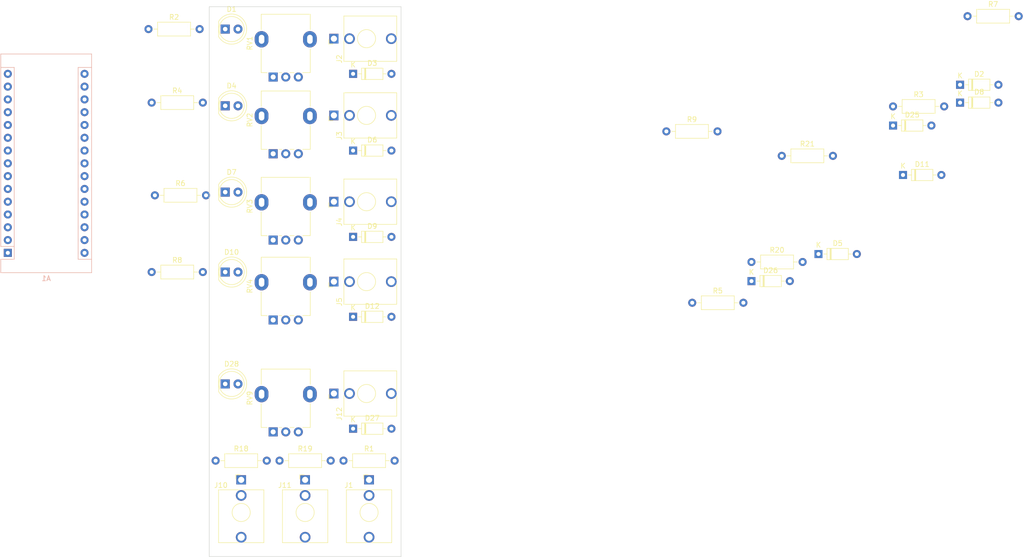
<source format=kicad_pcb>
(kicad_pcb (version 20171130) (host pcbnew "(5.1.2)-2")

  (general
    (thickness 1.6)
    (drawings 4)
    (tracks 0)
    (zones 0)
    (modules 43)
    (nets 54)
  )

  (page A4)
  (layers
    (0 F.Cu signal)
    (31 B.Cu signal)
    (32 B.Adhes user)
    (33 F.Adhes user)
    (34 B.Paste user)
    (35 F.Paste user)
    (36 B.SilkS user)
    (37 F.SilkS user)
    (38 B.Mask user)
    (39 F.Mask user)
    (40 Dwgs.User user)
    (41 Cmts.User user)
    (42 Eco1.User user)
    (43 Eco2.User user)
    (44 Edge.Cuts user)
    (45 Margin user)
    (46 B.CrtYd user)
    (47 F.CrtYd user)
    (48 B.Fab user)
    (49 F.Fab user)
  )

  (setup
    (last_trace_width 0.25)
    (trace_clearance 0.2)
    (zone_clearance 0.508)
    (zone_45_only no)
    (trace_min 0.2)
    (via_size 0.8)
    (via_drill 0.4)
    (via_min_size 0.4)
    (via_min_drill 0.3)
    (uvia_size 0.3)
    (uvia_drill 0.1)
    (uvias_allowed no)
    (uvia_min_size 0.2)
    (uvia_min_drill 0.1)
    (edge_width 0.1)
    (segment_width 0.2)
    (pcb_text_width 0.3)
    (pcb_text_size 1.5 1.5)
    (mod_edge_width 0.15)
    (mod_text_size 1 1)
    (mod_text_width 0.15)
    (pad_size 1.524 1.524)
    (pad_drill 0.762)
    (pad_to_mask_clearance 0)
    (aux_axis_origin 0 0)
    (visible_elements FFFFFF7F)
    (pcbplotparams
      (layerselection 0x010fc_ffffffff)
      (usegerberextensions false)
      (usegerberattributes false)
      (usegerberadvancedattributes false)
      (creategerberjobfile false)
      (excludeedgelayer true)
      (linewidth 0.100000)
      (plotframeref false)
      (viasonmask false)
      (mode 1)
      (useauxorigin false)
      (hpglpennumber 1)
      (hpglpenspeed 20)
      (hpglpendiameter 15.000000)
      (psnegative false)
      (psa4output false)
      (plotreference true)
      (plotvalue true)
      (plotinvisibletext false)
      (padsonsilk false)
      (subtractmaskfromsilk false)
      (outputformat 1)
      (mirror false)
      (drillshape 1)
      (scaleselection 1)
      (outputdirectory ""))
  )

  (net 0 "")
  (net 1 "Net-(A1-Pad16)")
  (net 2 "Net-(A1-Pad15)")
  (net 3 "Net-(A1-Pad30)")
  (net 4 "Net-(A1-Pad14)")
  (net 5 GND)
  (net 6 "Net-(A1-Pad13)")
  (net 7 "Net-(A1-Pad28)")
  (net 8 "Net-(A1-Pad12)")
  (net 9 +5V)
  (net 10 "Net-(A1-Pad11)")
  (net 11 "Net-(A1-Pad26)")
  (net 12 "Net-(A1-Pad10)")
  (net 13 "Net-(A1-Pad25)")
  (net 14 "Net-(A1-Pad9)")
  (net 15 "Net-(A1-Pad24)")
  (net 16 "Net-(A1-Pad8)")
  (net 17 "Net-(A1-Pad23)")
  (net 18 "Net-(A1-Pad7)")
  (net 19 "Net-(A1-Pad22)")
  (net 20 "Net-(A1-Pad6)")
  (net 21 "Net-(A1-Pad21)")
  (net 22 "Net-(A1-Pad5)")
  (net 23 "Net-(A1-Pad20)")
  (net 24 "Net-(A1-Pad4)")
  (net 25 "Net-(A1-Pad19)")
  (net 26 "Net-(A1-Pad3)")
  (net 27 "Net-(A1-Pad18)")
  (net 28 "Net-(A1-Pad2)")
  (net 29 "Net-(A1-Pad17)")
  (net 30 "Net-(A1-Pad1)")
  (net 31 "Net-(D1-Pad2)")
  (net 32 "Net-(D2-Pad2)")
  (net 33 "Net-(D11-Pad1)")
  (net 34 "Net-(D3-Pad2)")
  (net 35 "Net-(D3-Pad1)")
  (net 36 "Net-(D4-Pad2)")
  (net 37 "Net-(D5-Pad2)")
  (net 38 "Net-(D6-Pad2)")
  (net 39 "Net-(D6-Pad1)")
  (net 40 "Net-(D7-Pad2)")
  (net 41 "Net-(D8-Pad2)")
  (net 42 "Net-(D9-Pad2)")
  (net 43 "Net-(D9-Pad1)")
  (net 44 "Net-(D10-Pad2)")
  (net 45 "Net-(D11-Pad2)")
  (net 46 "Net-(D12-Pad2)")
  (net 47 "Net-(D12-Pad1)")
  (net 48 "Net-(D25-Pad2)")
  (net 49 "Net-(D26-Pad2)")
  (net 50 "Net-(D27-Pad2)")
  (net 51 "Net-(D27-Pad1)")
  (net 52 "Net-(D28-Pad2)")
  (net 53 "Net-(J1-PadT)")

  (net_class Default "This is the default net class."
    (clearance 0.2)
    (trace_width 0.25)
    (via_dia 0.8)
    (via_drill 0.4)
    (uvia_dia 0.3)
    (uvia_drill 0.1)
    (add_net +5V)
    (add_net GND)
    (add_net "Net-(A1-Pad1)")
    (add_net "Net-(A1-Pad10)")
    (add_net "Net-(A1-Pad11)")
    (add_net "Net-(A1-Pad12)")
    (add_net "Net-(A1-Pad13)")
    (add_net "Net-(A1-Pad14)")
    (add_net "Net-(A1-Pad15)")
    (add_net "Net-(A1-Pad16)")
    (add_net "Net-(A1-Pad17)")
    (add_net "Net-(A1-Pad18)")
    (add_net "Net-(A1-Pad19)")
    (add_net "Net-(A1-Pad2)")
    (add_net "Net-(A1-Pad20)")
    (add_net "Net-(A1-Pad21)")
    (add_net "Net-(A1-Pad22)")
    (add_net "Net-(A1-Pad23)")
    (add_net "Net-(A1-Pad24)")
    (add_net "Net-(A1-Pad25)")
    (add_net "Net-(A1-Pad26)")
    (add_net "Net-(A1-Pad28)")
    (add_net "Net-(A1-Pad3)")
    (add_net "Net-(A1-Pad30)")
    (add_net "Net-(A1-Pad4)")
    (add_net "Net-(A1-Pad5)")
    (add_net "Net-(A1-Pad6)")
    (add_net "Net-(A1-Pad7)")
    (add_net "Net-(A1-Pad8)")
    (add_net "Net-(A1-Pad9)")
    (add_net "Net-(D1-Pad2)")
    (add_net "Net-(D10-Pad2)")
    (add_net "Net-(D11-Pad1)")
    (add_net "Net-(D11-Pad2)")
    (add_net "Net-(D12-Pad1)")
    (add_net "Net-(D12-Pad2)")
    (add_net "Net-(D2-Pad2)")
    (add_net "Net-(D25-Pad2)")
    (add_net "Net-(D26-Pad2)")
    (add_net "Net-(D27-Pad1)")
    (add_net "Net-(D27-Pad2)")
    (add_net "Net-(D28-Pad2)")
    (add_net "Net-(D3-Pad1)")
    (add_net "Net-(D3-Pad2)")
    (add_net "Net-(D4-Pad2)")
    (add_net "Net-(D5-Pad2)")
    (add_net "Net-(D6-Pad1)")
    (add_net "Net-(D6-Pad2)")
    (add_net "Net-(D7-Pad2)")
    (add_net "Net-(D8-Pad2)")
    (add_net "Net-(D9-Pad1)")
    (add_net "Net-(D9-Pad2)")
    (add_net "Net-(J1-PadT)")
  )

  (module Potentiometer_THT:Potentiometer_Alpha_RD901F-40-00D_Single_Vertical (layer F.Cu) (tedit 5C6C6C14) (tstamp 5D3DA41C)
    (at 76.2 103.505 90)
    (descr "Potentiometer, vertical, 9mm, single, http://www.taiwanalpha.com.tw/downloads?target=products&id=113")
    (tags "potentiometer vertical 9mm single")
    (path /5D1F55B3)
    (fp_text reference RV9 (at 6.71 -4.64 270) (layer F.SilkS)
      (effects (font (size 1 1) (thickness 0.15)))
    )
    (fp_text value "100k Lin" (at 0 9.86 270) (layer F.Fab)
      (effects (font (size 1 1) (thickness 0.15)))
    )
    (fp_line (start 0.88 4.16) (end 0.88 3.33) (layer F.SilkS) (width 0.12))
    (fp_line (start 0.88 1.71) (end 0.88 1.18) (layer F.SilkS) (width 0.12))
    (fp_line (start 0.88 -1.19) (end 0.88 -2.37) (layer F.SilkS) (width 0.12))
    (fp_line (start 0.88 7.37) (end 5.6 7.37) (layer F.SilkS) (width 0.12))
    (fp_line (start 9.41 -2.37) (end 12.47 -2.37) (layer F.SilkS) (width 0.12))
    (fp_line (start 1 7.25) (end 12.35 7.25) (layer F.Fab) (width 0.1))
    (fp_line (start 1 -2.25) (end 12.35 -2.25) (layer F.Fab) (width 0.1))
    (fp_line (start 12.35 7.25) (end 12.35 -2.25) (layer F.Fab) (width 0.1))
    (fp_line (start 1 7.25) (end 1 -2.25) (layer F.Fab) (width 0.1))
    (fp_circle (center 7.5 2.5) (end 7.5 -1) (layer F.Fab) (width 0.1))
    (fp_line (start 0.88 -2.38) (end 5.6 -2.38) (layer F.SilkS) (width 0.12))
    (fp_line (start 9.41 7.37) (end 12.47 7.37) (layer F.SilkS) (width 0.12))
    (fp_line (start 0.88 7.37) (end 0.88 5.88) (layer F.SilkS) (width 0.12))
    (fp_line (start 12.47 7.37) (end 12.47 -2.37) (layer F.SilkS) (width 0.12))
    (fp_line (start 12.6 8.91) (end 12.6 -3.91) (layer F.CrtYd) (width 0.05))
    (fp_line (start 12.6 -3.91) (end -1.15 -3.91) (layer F.CrtYd) (width 0.05))
    (fp_line (start -1.15 -3.91) (end -1.15 8.91) (layer F.CrtYd) (width 0.05))
    (fp_line (start -1.15 8.91) (end 12.6 8.91) (layer F.CrtYd) (width 0.05))
    (fp_text user %R (at 7.62 2.54 90) (layer F.Fab)
      (effects (font (size 1 1) (thickness 0.15)))
    )
    (pad "" thru_hole oval (at 7.5 -2.3 180) (size 2.72 3.24) (drill oval 1.1 1.8) (layers *.Cu *.Mask))
    (pad "" thru_hole oval (at 7.5 7.3 180) (size 2.72 3.24) (drill oval 1.1 1.8) (layers *.Cu *.Mask))
    (pad 3 thru_hole circle (at 0 5 180) (size 1.8 1.8) (drill 1) (layers *.Cu *.Mask)
      (net 9 +5V))
    (pad 2 thru_hole circle (at 0 2.5 180) (size 1.8 1.8) (drill 1) (layers *.Cu *.Mask)
      (net 23 "Net-(A1-Pad20)"))
    (pad 1 thru_hole rect (at 0 0 180) (size 1.8 1.8) (drill 1) (layers *.Cu *.Mask)
      (net 5 GND))
    (model ${KISYS3DMOD}/Potentiometer_THT.3dshapes/Potentiometer_Alpha_RD901F-40-00D_Single_Vertical.wrl
      (at (xyz 0 0 0))
      (scale (xyz 1 1 1))
      (rotate (xyz 0 0 0))
    )
  )

  (module Potentiometer_THT:Potentiometer_Alpha_RD901F-40-00D_Single_Vertical (layer F.Cu) (tedit 5C6C6C14) (tstamp 5D3DA390)
    (at 76.2 81.28 90)
    (descr "Potentiometer, vertical, 9mm, single, http://www.taiwanalpha.com.tw/downloads?target=products&id=113")
    (tags "potentiometer vertical 9mm single")
    (path /5D19A19F)
    (fp_text reference RV4 (at 6.71 -4.64 270) (layer F.SilkS)
      (effects (font (size 1 1) (thickness 0.15)))
    )
    (fp_text value "100k Lin" (at 0 9.86 270) (layer F.Fab)
      (effects (font (size 1 1) (thickness 0.15)))
    )
    (fp_line (start 0.88 4.16) (end 0.88 3.33) (layer F.SilkS) (width 0.12))
    (fp_line (start 0.88 1.71) (end 0.88 1.18) (layer F.SilkS) (width 0.12))
    (fp_line (start 0.88 -1.19) (end 0.88 -2.37) (layer F.SilkS) (width 0.12))
    (fp_line (start 0.88 7.37) (end 5.6 7.37) (layer F.SilkS) (width 0.12))
    (fp_line (start 9.41 -2.37) (end 12.47 -2.37) (layer F.SilkS) (width 0.12))
    (fp_line (start 1 7.25) (end 12.35 7.25) (layer F.Fab) (width 0.1))
    (fp_line (start 1 -2.25) (end 12.35 -2.25) (layer F.Fab) (width 0.1))
    (fp_line (start 12.35 7.25) (end 12.35 -2.25) (layer F.Fab) (width 0.1))
    (fp_line (start 1 7.25) (end 1 -2.25) (layer F.Fab) (width 0.1))
    (fp_circle (center 7.5 2.5) (end 7.5 -1) (layer F.Fab) (width 0.1))
    (fp_line (start 0.88 -2.38) (end 5.6 -2.38) (layer F.SilkS) (width 0.12))
    (fp_line (start 9.41 7.37) (end 12.47 7.37) (layer F.SilkS) (width 0.12))
    (fp_line (start 0.88 7.37) (end 0.88 5.88) (layer F.SilkS) (width 0.12))
    (fp_line (start 12.47 7.37) (end 12.47 -2.37) (layer F.SilkS) (width 0.12))
    (fp_line (start 12.6 8.91) (end 12.6 -3.91) (layer F.CrtYd) (width 0.05))
    (fp_line (start 12.6 -3.91) (end -1.15 -3.91) (layer F.CrtYd) (width 0.05))
    (fp_line (start -1.15 -3.91) (end -1.15 8.91) (layer F.CrtYd) (width 0.05))
    (fp_line (start -1.15 8.91) (end 12.6 8.91) (layer F.CrtYd) (width 0.05))
    (fp_text user %R (at 7.62 2.54 90) (layer F.Fab)
      (effects (font (size 1 1) (thickness 0.15)))
    )
    (pad "" thru_hole oval (at 7.5 -2.3 180) (size 2.72 3.24) (drill oval 1.1 1.8) (layers *.Cu *.Mask))
    (pad "" thru_hole oval (at 7.5 7.3 180) (size 2.72 3.24) (drill oval 1.1 1.8) (layers *.Cu *.Mask))
    (pad 3 thru_hole circle (at 0 5 180) (size 1.8 1.8) (drill 1) (layers *.Cu *.Mask)
      (net 16 "Net-(A1-Pad8)"))
    (pad 2 thru_hole circle (at 0 2.5 180) (size 1.8 1.8) (drill 1) (layers *.Cu *.Mask)
      (net 45 "Net-(D11-Pad2)"))
    (pad 1 thru_hole rect (at 0 0 180) (size 1.8 1.8) (drill 1) (layers *.Cu *.Mask)
      (net 5 GND))
    (model ${KISYS3DMOD}/Potentiometer_THT.3dshapes/Potentiometer_Alpha_RD901F-40-00D_Single_Vertical.wrl
      (at (xyz 0 0 0))
      (scale (xyz 1 1 1))
      (rotate (xyz 0 0 0))
    )
  )

  (module Potentiometer_THT:Potentiometer_Alpha_RD901F-40-00D_Single_Vertical (layer F.Cu) (tedit 5C6C6C14) (tstamp 5D3DA374)
    (at 76.2 65.405 90)
    (descr "Potentiometer, vertical, 9mm, single, http://www.taiwanalpha.com.tw/downloads?target=products&id=113")
    (tags "potentiometer vertical 9mm single")
    (path /5D199D0C)
    (fp_text reference RV3 (at 6.71 -4.64 270) (layer F.SilkS)
      (effects (font (size 1 1) (thickness 0.15)))
    )
    (fp_text value "100k Lin" (at 0 9.86 270) (layer F.Fab)
      (effects (font (size 1 1) (thickness 0.15)))
    )
    (fp_line (start 0.88 4.16) (end 0.88 3.33) (layer F.SilkS) (width 0.12))
    (fp_line (start 0.88 1.71) (end 0.88 1.18) (layer F.SilkS) (width 0.12))
    (fp_line (start 0.88 -1.19) (end 0.88 -2.37) (layer F.SilkS) (width 0.12))
    (fp_line (start 0.88 7.37) (end 5.6 7.37) (layer F.SilkS) (width 0.12))
    (fp_line (start 9.41 -2.37) (end 12.47 -2.37) (layer F.SilkS) (width 0.12))
    (fp_line (start 1 7.25) (end 12.35 7.25) (layer F.Fab) (width 0.1))
    (fp_line (start 1 -2.25) (end 12.35 -2.25) (layer F.Fab) (width 0.1))
    (fp_line (start 12.35 7.25) (end 12.35 -2.25) (layer F.Fab) (width 0.1))
    (fp_line (start 1 7.25) (end 1 -2.25) (layer F.Fab) (width 0.1))
    (fp_circle (center 7.5 2.5) (end 7.5 -1) (layer F.Fab) (width 0.1))
    (fp_line (start 0.88 -2.38) (end 5.6 -2.38) (layer F.SilkS) (width 0.12))
    (fp_line (start 9.41 7.37) (end 12.47 7.37) (layer F.SilkS) (width 0.12))
    (fp_line (start 0.88 7.37) (end 0.88 5.88) (layer F.SilkS) (width 0.12))
    (fp_line (start 12.47 7.37) (end 12.47 -2.37) (layer F.SilkS) (width 0.12))
    (fp_line (start 12.6 8.91) (end 12.6 -3.91) (layer F.CrtYd) (width 0.05))
    (fp_line (start 12.6 -3.91) (end -1.15 -3.91) (layer F.CrtYd) (width 0.05))
    (fp_line (start -1.15 -3.91) (end -1.15 8.91) (layer F.CrtYd) (width 0.05))
    (fp_line (start -1.15 8.91) (end 12.6 8.91) (layer F.CrtYd) (width 0.05))
    (fp_text user %R (at 7.62 2.54 90) (layer F.Fab)
      (effects (font (size 1 1) (thickness 0.15)))
    )
    (pad "" thru_hole oval (at 7.5 -2.3 180) (size 2.72 3.24) (drill oval 1.1 1.8) (layers *.Cu *.Mask))
    (pad "" thru_hole oval (at 7.5 7.3 180) (size 2.72 3.24) (drill oval 1.1 1.8) (layers *.Cu *.Mask))
    (pad 3 thru_hole circle (at 0 5 180) (size 1.8 1.8) (drill 1) (layers *.Cu *.Mask)
      (net 18 "Net-(A1-Pad7)"))
    (pad 2 thru_hole circle (at 0 2.5 180) (size 1.8 1.8) (drill 1) (layers *.Cu *.Mask)
      (net 41 "Net-(D8-Pad2)"))
    (pad 1 thru_hole rect (at 0 0 180) (size 1.8 1.8) (drill 1) (layers *.Cu *.Mask)
      (net 5 GND))
    (model ${KISYS3DMOD}/Potentiometer_THT.3dshapes/Potentiometer_Alpha_RD901F-40-00D_Single_Vertical.wrl
      (at (xyz 0 0 0))
      (scale (xyz 1 1 1))
      (rotate (xyz 0 0 0))
    )
  )

  (module Potentiometer_THT:Potentiometer_Alpha_RD901F-40-00D_Single_Vertical (layer F.Cu) (tedit 5C6C6C14) (tstamp 5D3DA358)
    (at 76.2 48.26 90)
    (descr "Potentiometer, vertical, 9mm, single, http://www.taiwanalpha.com.tw/downloads?target=products&id=113")
    (tags "potentiometer vertical 9mm single")
    (path /5D199A70)
    (fp_text reference RV2 (at 6.71 -4.64 270) (layer F.SilkS)
      (effects (font (size 1 1) (thickness 0.15)))
    )
    (fp_text value "100k Lin" (at 0 9.86 270) (layer F.Fab)
      (effects (font (size 1 1) (thickness 0.15)))
    )
    (fp_line (start 0.88 4.16) (end 0.88 3.33) (layer F.SilkS) (width 0.12))
    (fp_line (start 0.88 1.71) (end 0.88 1.18) (layer F.SilkS) (width 0.12))
    (fp_line (start 0.88 -1.19) (end 0.88 -2.37) (layer F.SilkS) (width 0.12))
    (fp_line (start 0.88 7.37) (end 5.6 7.37) (layer F.SilkS) (width 0.12))
    (fp_line (start 9.41 -2.37) (end 12.47 -2.37) (layer F.SilkS) (width 0.12))
    (fp_line (start 1 7.25) (end 12.35 7.25) (layer F.Fab) (width 0.1))
    (fp_line (start 1 -2.25) (end 12.35 -2.25) (layer F.Fab) (width 0.1))
    (fp_line (start 12.35 7.25) (end 12.35 -2.25) (layer F.Fab) (width 0.1))
    (fp_line (start 1 7.25) (end 1 -2.25) (layer F.Fab) (width 0.1))
    (fp_circle (center 7.5 2.5) (end 7.5 -1) (layer F.Fab) (width 0.1))
    (fp_line (start 0.88 -2.38) (end 5.6 -2.38) (layer F.SilkS) (width 0.12))
    (fp_line (start 9.41 7.37) (end 12.47 7.37) (layer F.SilkS) (width 0.12))
    (fp_line (start 0.88 7.37) (end 0.88 5.88) (layer F.SilkS) (width 0.12))
    (fp_line (start 12.47 7.37) (end 12.47 -2.37) (layer F.SilkS) (width 0.12))
    (fp_line (start 12.6 8.91) (end 12.6 -3.91) (layer F.CrtYd) (width 0.05))
    (fp_line (start 12.6 -3.91) (end -1.15 -3.91) (layer F.CrtYd) (width 0.05))
    (fp_line (start -1.15 -3.91) (end -1.15 8.91) (layer F.CrtYd) (width 0.05))
    (fp_line (start -1.15 8.91) (end 12.6 8.91) (layer F.CrtYd) (width 0.05))
    (fp_text user %R (at 7.62 2.54 90) (layer F.Fab)
      (effects (font (size 1 1) (thickness 0.15)))
    )
    (pad "" thru_hole oval (at 7.5 -2.3 180) (size 2.72 3.24) (drill oval 1.1 1.8) (layers *.Cu *.Mask))
    (pad "" thru_hole oval (at 7.5 7.3 180) (size 2.72 3.24) (drill oval 1.1 1.8) (layers *.Cu *.Mask))
    (pad 3 thru_hole circle (at 0 5 180) (size 1.8 1.8) (drill 1) (layers *.Cu *.Mask)
      (net 20 "Net-(A1-Pad6)"))
    (pad 2 thru_hole circle (at 0 2.5 180) (size 1.8 1.8) (drill 1) (layers *.Cu *.Mask)
      (net 37 "Net-(D5-Pad2)"))
    (pad 1 thru_hole rect (at 0 0 180) (size 1.8 1.8) (drill 1) (layers *.Cu *.Mask)
      (net 5 GND))
    (model ${KISYS3DMOD}/Potentiometer_THT.3dshapes/Potentiometer_Alpha_RD901F-40-00D_Single_Vertical.wrl
      (at (xyz 0 0 0))
      (scale (xyz 1 1 1))
      (rotate (xyz 0 0 0))
    )
  )

  (module Potentiometer_THT:Potentiometer_Alpha_RD901F-40-00D_Single_Vertical (layer F.Cu) (tedit 5C6C6C14) (tstamp 5D3DA33C)
    (at 76.2 33.02 90)
    (descr "Potentiometer, vertical, 9mm, single, http://www.taiwanalpha.com.tw/downloads?target=products&id=113")
    (tags "potentiometer vertical 9mm single")
    (path /5D17DBEB)
    (fp_text reference RV1 (at 6.71 -4.64 270) (layer F.SilkS)
      (effects (font (size 1 1) (thickness 0.15)))
    )
    (fp_text value "100k Lin" (at 0 9.86 270) (layer F.Fab)
      (effects (font (size 1 1) (thickness 0.15)))
    )
    (fp_line (start 0.88 4.16) (end 0.88 3.33) (layer F.SilkS) (width 0.12))
    (fp_line (start 0.88 1.71) (end 0.88 1.18) (layer F.SilkS) (width 0.12))
    (fp_line (start 0.88 -1.19) (end 0.88 -2.37) (layer F.SilkS) (width 0.12))
    (fp_line (start 0.88 7.37) (end 5.6 7.37) (layer F.SilkS) (width 0.12))
    (fp_line (start 9.41 -2.37) (end 12.47 -2.37) (layer F.SilkS) (width 0.12))
    (fp_line (start 1 7.25) (end 12.35 7.25) (layer F.Fab) (width 0.1))
    (fp_line (start 1 -2.25) (end 12.35 -2.25) (layer F.Fab) (width 0.1))
    (fp_line (start 12.35 7.25) (end 12.35 -2.25) (layer F.Fab) (width 0.1))
    (fp_line (start 1 7.25) (end 1 -2.25) (layer F.Fab) (width 0.1))
    (fp_circle (center 7.5 2.5) (end 7.5 -1) (layer F.Fab) (width 0.1))
    (fp_line (start 0.88 -2.38) (end 5.6 -2.38) (layer F.SilkS) (width 0.12))
    (fp_line (start 9.41 7.37) (end 12.47 7.37) (layer F.SilkS) (width 0.12))
    (fp_line (start 0.88 7.37) (end 0.88 5.88) (layer F.SilkS) (width 0.12))
    (fp_line (start 12.47 7.37) (end 12.47 -2.37) (layer F.SilkS) (width 0.12))
    (fp_line (start 12.6 8.91) (end 12.6 -3.91) (layer F.CrtYd) (width 0.05))
    (fp_line (start 12.6 -3.91) (end -1.15 -3.91) (layer F.CrtYd) (width 0.05))
    (fp_line (start -1.15 -3.91) (end -1.15 8.91) (layer F.CrtYd) (width 0.05))
    (fp_line (start -1.15 8.91) (end 12.6 8.91) (layer F.CrtYd) (width 0.05))
    (fp_text user %R (at 7.62 2.54 90) (layer F.Fab)
      (effects (font (size 1 1) (thickness 0.15)))
    )
    (pad "" thru_hole oval (at 7.5 -2.3 180) (size 2.72 3.24) (drill oval 1.1 1.8) (layers *.Cu *.Mask))
    (pad "" thru_hole oval (at 7.5 7.3 180) (size 2.72 3.24) (drill oval 1.1 1.8) (layers *.Cu *.Mask))
    (pad 3 thru_hole circle (at 0 5 180) (size 1.8 1.8) (drill 1) (layers *.Cu *.Mask)
      (net 22 "Net-(A1-Pad5)"))
    (pad 2 thru_hole circle (at 0 2.5 180) (size 1.8 1.8) (drill 1) (layers *.Cu *.Mask)
      (net 32 "Net-(D2-Pad2)"))
    (pad 1 thru_hole rect (at 0 0 180) (size 1.8 1.8) (drill 1) (layers *.Cu *.Mask)
      (net 5 GND))
    (model ${KISYS3DMOD}/Potentiometer_THT.3dshapes/Potentiometer_Alpha_RD901F-40-00D_Single_Vertical.wrl
      (at (xyz 0 0 0))
      (scale (xyz 1 1 1))
      (rotate (xyz 0 0 0))
    )
  )

  (module Resistor_THT:R_Axial_DIN0207_L6.3mm_D2.5mm_P10.16mm_Horizontal (layer F.Cu) (tedit 5AE5139B) (tstamp 5D3DA320)
    (at 177.23 48.675)
    (descr "Resistor, Axial_DIN0207 series, Axial, Horizontal, pin pitch=10.16mm, 0.25W = 1/4W, length*diameter=6.3*2.5mm^2, http://cdn-reichelt.de/documents/datenblatt/B400/1_4W%23YAG.pdf")
    (tags "Resistor Axial_DIN0207 series Axial Horizontal pin pitch 10.16mm 0.25W = 1/4W length 6.3mm diameter 2.5mm")
    (path /5D6B54FD)
    (fp_text reference R21 (at 5.08 -2.37) (layer F.SilkS)
      (effects (font (size 1 1) (thickness 0.15)))
    )
    (fp_text value 1k (at 5.08 2.37) (layer F.Fab)
      (effects (font (size 1 1) (thickness 0.15)))
    )
    (fp_text user %R (at 5.08 0) (layer F.Fab)
      (effects (font (size 1 1) (thickness 0.15)))
    )
    (fp_line (start 11.21 -1.5) (end -1.05 -1.5) (layer F.CrtYd) (width 0.05))
    (fp_line (start 11.21 1.5) (end 11.21 -1.5) (layer F.CrtYd) (width 0.05))
    (fp_line (start -1.05 1.5) (end 11.21 1.5) (layer F.CrtYd) (width 0.05))
    (fp_line (start -1.05 -1.5) (end -1.05 1.5) (layer F.CrtYd) (width 0.05))
    (fp_line (start 9.12 0) (end 8.35 0) (layer F.SilkS) (width 0.12))
    (fp_line (start 1.04 0) (end 1.81 0) (layer F.SilkS) (width 0.12))
    (fp_line (start 8.35 -1.37) (end 1.81 -1.37) (layer F.SilkS) (width 0.12))
    (fp_line (start 8.35 1.37) (end 8.35 -1.37) (layer F.SilkS) (width 0.12))
    (fp_line (start 1.81 1.37) (end 8.35 1.37) (layer F.SilkS) (width 0.12))
    (fp_line (start 1.81 -1.37) (end 1.81 1.37) (layer F.SilkS) (width 0.12))
    (fp_line (start 10.16 0) (end 8.23 0) (layer F.Fab) (width 0.1))
    (fp_line (start 0 0) (end 1.93 0) (layer F.Fab) (width 0.1))
    (fp_line (start 8.23 -1.25) (end 1.93 -1.25) (layer F.Fab) (width 0.1))
    (fp_line (start 8.23 1.25) (end 8.23 -1.25) (layer F.Fab) (width 0.1))
    (fp_line (start 1.93 1.25) (end 8.23 1.25) (layer F.Fab) (width 0.1))
    (fp_line (start 1.93 -1.25) (end 1.93 1.25) (layer F.Fab) (width 0.1))
    (pad 2 thru_hole oval (at 10.16 0) (size 1.6 1.6) (drill 0.8) (layers *.Cu *.Mask)
      (net 25 "Net-(A1-Pad19)"))
    (pad 1 thru_hole circle (at 0 0) (size 1.6 1.6) (drill 0.8) (layers *.Cu *.Mask)
      (net 52 "Net-(D28-Pad2)"))
    (model ${KISYS3DMOD}/Resistor_THT.3dshapes/R_Axial_DIN0207_L6.3mm_D2.5mm_P10.16mm_Horizontal.wrl
      (at (xyz 0 0 0))
      (scale (xyz 1 1 1))
      (rotate (xyz 0 0 0))
    )
  )

  (module Resistor_THT:R_Axial_DIN0207_L6.3mm_D2.5mm_P10.16mm_Horizontal (layer F.Cu) (tedit 5AE5139B) (tstamp 5D3DA309)
    (at 171.21 69.755)
    (descr "Resistor, Axial_DIN0207 series, Axial, Horizontal, pin pitch=10.16mm, 0.25W = 1/4W, length*diameter=6.3*2.5mm^2, http://cdn-reichelt.de/documents/datenblatt/B400/1_4W%23YAG.pdf")
    (tags "Resistor Axial_DIN0207 series Axial Horizontal pin pitch 10.16mm 0.25W = 1/4W length 6.3mm diameter 2.5mm")
    (path /5D1835EC)
    (fp_text reference R20 (at 5.08 -2.37) (layer F.SilkS)
      (effects (font (size 1 1) (thickness 0.15)))
    )
    (fp_text value 1k (at 5.08 2.37) (layer F.Fab)
      (effects (font (size 1 1) (thickness 0.15)))
    )
    (fp_text user %R (at 5.08 0) (layer F.Fab)
      (effects (font (size 1 1) (thickness 0.15)))
    )
    (fp_line (start 11.21 -1.5) (end -1.05 -1.5) (layer F.CrtYd) (width 0.05))
    (fp_line (start 11.21 1.5) (end 11.21 -1.5) (layer F.CrtYd) (width 0.05))
    (fp_line (start -1.05 1.5) (end 11.21 1.5) (layer F.CrtYd) (width 0.05))
    (fp_line (start -1.05 -1.5) (end -1.05 1.5) (layer F.CrtYd) (width 0.05))
    (fp_line (start 9.12 0) (end 8.35 0) (layer F.SilkS) (width 0.12))
    (fp_line (start 1.04 0) (end 1.81 0) (layer F.SilkS) (width 0.12))
    (fp_line (start 8.35 -1.37) (end 1.81 -1.37) (layer F.SilkS) (width 0.12))
    (fp_line (start 8.35 1.37) (end 8.35 -1.37) (layer F.SilkS) (width 0.12))
    (fp_line (start 1.81 1.37) (end 8.35 1.37) (layer F.SilkS) (width 0.12))
    (fp_line (start 1.81 -1.37) (end 1.81 1.37) (layer F.SilkS) (width 0.12))
    (fp_line (start 10.16 0) (end 8.23 0) (layer F.Fab) (width 0.1))
    (fp_line (start 0 0) (end 1.93 0) (layer F.Fab) (width 0.1))
    (fp_line (start 8.23 -1.25) (end 1.93 -1.25) (layer F.Fab) (width 0.1))
    (fp_line (start 8.23 1.25) (end 8.23 -1.25) (layer F.Fab) (width 0.1))
    (fp_line (start 1.93 1.25) (end 8.23 1.25) (layer F.Fab) (width 0.1))
    (fp_line (start 1.93 -1.25) (end 1.93 1.25) (layer F.Fab) (width 0.1))
    (pad 2 thru_hole oval (at 10.16 0) (size 1.6 1.6) (drill 0.8) (layers *.Cu *.Mask)
      (net 25 "Net-(A1-Pad19)"))
    (pad 1 thru_hole circle (at 0 0) (size 1.6 1.6) (drill 0.8) (layers *.Cu *.Mask)
      (net 50 "Net-(D27-Pad2)"))
    (model ${KISYS3DMOD}/Resistor_THT.3dshapes/R_Axial_DIN0207_L6.3mm_D2.5mm_P10.16mm_Horizontal.wrl
      (at (xyz 0 0 0))
      (scale (xyz 1 1 1))
      (rotate (xyz 0 0 0))
    )
  )

  (module Resistor_THT:R_Axial_DIN0207_L6.3mm_D2.5mm_P10.16mm_Horizontal (layer F.Cu) (tedit 5AE5139B) (tstamp 5D3DA2F2)
    (at 77.47 109.22)
    (descr "Resistor, Axial_DIN0207 series, Axial, Horizontal, pin pitch=10.16mm, 0.25W = 1/4W, length*diameter=6.3*2.5mm^2, http://cdn-reichelt.de/documents/datenblatt/B400/1_4W%23YAG.pdf")
    (tags "Resistor Axial_DIN0207 series Axial Horizontal pin pitch 10.16mm 0.25W = 1/4W length 6.3mm diameter 2.5mm")
    (path /5D183136)
    (fp_text reference R19 (at 5.08 -2.37) (layer F.SilkS)
      (effects (font (size 1 1) (thickness 0.15)))
    )
    (fp_text value 10k (at 5.08 2.37) (layer F.Fab)
      (effects (font (size 1 1) (thickness 0.15)))
    )
    (fp_text user %R (at 5.08 0) (layer F.Fab)
      (effects (font (size 1 1) (thickness 0.15)))
    )
    (fp_line (start 11.21 -1.5) (end -1.05 -1.5) (layer F.CrtYd) (width 0.05))
    (fp_line (start 11.21 1.5) (end 11.21 -1.5) (layer F.CrtYd) (width 0.05))
    (fp_line (start -1.05 1.5) (end 11.21 1.5) (layer F.CrtYd) (width 0.05))
    (fp_line (start -1.05 -1.5) (end -1.05 1.5) (layer F.CrtYd) (width 0.05))
    (fp_line (start 9.12 0) (end 8.35 0) (layer F.SilkS) (width 0.12))
    (fp_line (start 1.04 0) (end 1.81 0) (layer F.SilkS) (width 0.12))
    (fp_line (start 8.35 -1.37) (end 1.81 -1.37) (layer F.SilkS) (width 0.12))
    (fp_line (start 8.35 1.37) (end 8.35 -1.37) (layer F.SilkS) (width 0.12))
    (fp_line (start 1.81 1.37) (end 8.35 1.37) (layer F.SilkS) (width 0.12))
    (fp_line (start 1.81 -1.37) (end 1.81 1.37) (layer F.SilkS) (width 0.12))
    (fp_line (start 10.16 0) (end 8.23 0) (layer F.Fab) (width 0.1))
    (fp_line (start 0 0) (end 1.93 0) (layer F.Fab) (width 0.1))
    (fp_line (start 8.23 -1.25) (end 1.93 -1.25) (layer F.Fab) (width 0.1))
    (fp_line (start 8.23 1.25) (end 8.23 -1.25) (layer F.Fab) (width 0.1))
    (fp_line (start 1.93 1.25) (end 8.23 1.25) (layer F.Fab) (width 0.1))
    (fp_line (start 1.93 -1.25) (end 1.93 1.25) (layer F.Fab) (width 0.1))
    (pad 2 thru_hole oval (at 10.16 0) (size 1.6 1.6) (drill 0.8) (layers *.Cu *.Mask)
      (net 49 "Net-(D26-Pad2)"))
    (pad 1 thru_hole circle (at 0 0) (size 1.6 1.6) (drill 0.8) (layers *.Cu *.Mask)
      (net 5 GND))
    (model ${KISYS3DMOD}/Resistor_THT.3dshapes/R_Axial_DIN0207_L6.3mm_D2.5mm_P10.16mm_Horizontal.wrl
      (at (xyz 0 0 0))
      (scale (xyz 1 1 1))
      (rotate (xyz 0 0 0))
    )
  )

  (module Resistor_THT:R_Axial_DIN0207_L6.3mm_D2.5mm_P10.16mm_Horizontal (layer F.Cu) (tedit 5AE5139B) (tstamp 5D3DA2DB)
    (at 64.77 109.22)
    (descr "Resistor, Axial_DIN0207 series, Axial, Horizontal, pin pitch=10.16mm, 0.25W = 1/4W, length*diameter=6.3*2.5mm^2, http://cdn-reichelt.de/documents/datenblatt/B400/1_4W%23YAG.pdf")
    (tags "Resistor Axial_DIN0207 series Axial Horizontal pin pitch 10.16mm 0.25W = 1/4W length 6.3mm diameter 2.5mm")
    (path /5D181F80)
    (fp_text reference R18 (at 5.08 -2.37) (layer F.SilkS)
      (effects (font (size 1 1) (thickness 0.15)))
    )
    (fp_text value 10k (at 5.08 2.37) (layer F.Fab)
      (effects (font (size 1 1) (thickness 0.15)))
    )
    (fp_text user %R (at 5.08 0) (layer F.Fab)
      (effects (font (size 1 1) (thickness 0.15)))
    )
    (fp_line (start 11.21 -1.5) (end -1.05 -1.5) (layer F.CrtYd) (width 0.05))
    (fp_line (start 11.21 1.5) (end 11.21 -1.5) (layer F.CrtYd) (width 0.05))
    (fp_line (start -1.05 1.5) (end 11.21 1.5) (layer F.CrtYd) (width 0.05))
    (fp_line (start -1.05 -1.5) (end -1.05 1.5) (layer F.CrtYd) (width 0.05))
    (fp_line (start 9.12 0) (end 8.35 0) (layer F.SilkS) (width 0.12))
    (fp_line (start 1.04 0) (end 1.81 0) (layer F.SilkS) (width 0.12))
    (fp_line (start 8.35 -1.37) (end 1.81 -1.37) (layer F.SilkS) (width 0.12))
    (fp_line (start 8.35 1.37) (end 8.35 -1.37) (layer F.SilkS) (width 0.12))
    (fp_line (start 1.81 1.37) (end 8.35 1.37) (layer F.SilkS) (width 0.12))
    (fp_line (start 1.81 -1.37) (end 1.81 1.37) (layer F.SilkS) (width 0.12))
    (fp_line (start 10.16 0) (end 8.23 0) (layer F.Fab) (width 0.1))
    (fp_line (start 0 0) (end 1.93 0) (layer F.Fab) (width 0.1))
    (fp_line (start 8.23 -1.25) (end 1.93 -1.25) (layer F.Fab) (width 0.1))
    (fp_line (start 8.23 1.25) (end 8.23 -1.25) (layer F.Fab) (width 0.1))
    (fp_line (start 1.93 1.25) (end 8.23 1.25) (layer F.Fab) (width 0.1))
    (fp_line (start 1.93 -1.25) (end 1.93 1.25) (layer F.Fab) (width 0.1))
    (pad 2 thru_hole oval (at 10.16 0) (size 1.6 1.6) (drill 0.8) (layers *.Cu *.Mask)
      (net 48 "Net-(D25-Pad2)"))
    (pad 1 thru_hole circle (at 0 0) (size 1.6 1.6) (drill 0.8) (layers *.Cu *.Mask)
      (net 5 GND))
    (model ${KISYS3DMOD}/Resistor_THT.3dshapes/R_Axial_DIN0207_L6.3mm_D2.5mm_P10.16mm_Horizontal.wrl
      (at (xyz 0 0 0))
      (scale (xyz 1 1 1))
      (rotate (xyz 0 0 0))
    )
  )

  (module Resistor_THT:R_Axial_DIN0207_L6.3mm_D2.5mm_P10.16mm_Horizontal (layer F.Cu) (tedit 5AE5139B) (tstamp 5D3DA20C)
    (at 154.305 43.815)
    (descr "Resistor, Axial_DIN0207 series, Axial, Horizontal, pin pitch=10.16mm, 0.25W = 1/4W, length*diameter=6.3*2.5mm^2, http://cdn-reichelt.de/documents/datenblatt/B400/1_4W%23YAG.pdf")
    (tags "Resistor Axial_DIN0207 series Axial Horizontal pin pitch 10.16mm 0.25W = 1/4W length 6.3mm diameter 2.5mm")
    (path /5D184029)
    (fp_text reference R9 (at 5.08 -2.37) (layer F.SilkS)
      (effects (font (size 1 1) (thickness 0.15)))
    )
    (fp_text value 1k (at 5.08 2.37) (layer F.Fab)
      (effects (font (size 1 1) (thickness 0.15)))
    )
    (fp_text user %R (at 5.08 0) (layer F.Fab)
      (effects (font (size 1 1) (thickness 0.15)))
    )
    (fp_line (start 11.21 -1.5) (end -1.05 -1.5) (layer F.CrtYd) (width 0.05))
    (fp_line (start 11.21 1.5) (end 11.21 -1.5) (layer F.CrtYd) (width 0.05))
    (fp_line (start -1.05 1.5) (end 11.21 1.5) (layer F.CrtYd) (width 0.05))
    (fp_line (start -1.05 -1.5) (end -1.05 1.5) (layer F.CrtYd) (width 0.05))
    (fp_line (start 9.12 0) (end 8.35 0) (layer F.SilkS) (width 0.12))
    (fp_line (start 1.04 0) (end 1.81 0) (layer F.SilkS) (width 0.12))
    (fp_line (start 8.35 -1.37) (end 1.81 -1.37) (layer F.SilkS) (width 0.12))
    (fp_line (start 8.35 1.37) (end 8.35 -1.37) (layer F.SilkS) (width 0.12))
    (fp_line (start 1.81 1.37) (end 8.35 1.37) (layer F.SilkS) (width 0.12))
    (fp_line (start 1.81 -1.37) (end 1.81 1.37) (layer F.SilkS) (width 0.12))
    (fp_line (start 10.16 0) (end 8.23 0) (layer F.Fab) (width 0.1))
    (fp_line (start 0 0) (end 1.93 0) (layer F.Fab) (width 0.1))
    (fp_line (start 8.23 -1.25) (end 1.93 -1.25) (layer F.Fab) (width 0.1))
    (fp_line (start 8.23 1.25) (end 8.23 -1.25) (layer F.Fab) (width 0.1))
    (fp_line (start 1.93 1.25) (end 8.23 1.25) (layer F.Fab) (width 0.1))
    (fp_line (start 1.93 -1.25) (end 1.93 1.25) (layer F.Fab) (width 0.1))
    (pad 2 thru_hole oval (at 10.16 0) (size 1.6 1.6) (drill 0.8) (layers *.Cu *.Mask)
      (net 46 "Net-(D12-Pad2)"))
    (pad 1 thru_hole circle (at 0 0) (size 1.6 1.6) (drill 0.8) (layers *.Cu *.Mask)
      (net 16 "Net-(A1-Pad8)"))
    (model ${KISYS3DMOD}/Resistor_THT.3dshapes/R_Axial_DIN0207_L6.3mm_D2.5mm_P10.16mm_Horizontal.wrl
      (at (xyz 0 0 0))
      (scale (xyz 1 1 1))
      (rotate (xyz 0 0 0))
    )
  )

  (module Resistor_THT:R_Axial_DIN0207_L6.3mm_D2.5mm_P10.16mm_Horizontal (layer F.Cu) (tedit 5AE5139B) (tstamp 5D3DA1F5)
    (at 52.07 71.755)
    (descr "Resistor, Axial_DIN0207 series, Axial, Horizontal, pin pitch=10.16mm, 0.25W = 1/4W, length*diameter=6.3*2.5mm^2, http://cdn-reichelt.de/documents/datenblatt/B400/1_4W%23YAG.pdf")
    (tags "Resistor Axial_DIN0207 series Axial Horizontal pin pitch 10.16mm 0.25W = 1/4W length 6.3mm diameter 2.5mm")
    (path /5D1940E0)
    (fp_text reference R8 (at 5.08 -2.37) (layer F.SilkS)
      (effects (font (size 1 1) (thickness 0.15)))
    )
    (fp_text value 1k (at 5.08 2.37) (layer F.Fab)
      (effects (font (size 1 1) (thickness 0.15)))
    )
    (fp_text user %R (at 5.08 0) (layer F.Fab)
      (effects (font (size 1 1) (thickness 0.15)))
    )
    (fp_line (start 11.21 -1.5) (end -1.05 -1.5) (layer F.CrtYd) (width 0.05))
    (fp_line (start 11.21 1.5) (end 11.21 -1.5) (layer F.CrtYd) (width 0.05))
    (fp_line (start -1.05 1.5) (end 11.21 1.5) (layer F.CrtYd) (width 0.05))
    (fp_line (start -1.05 -1.5) (end -1.05 1.5) (layer F.CrtYd) (width 0.05))
    (fp_line (start 9.12 0) (end 8.35 0) (layer F.SilkS) (width 0.12))
    (fp_line (start 1.04 0) (end 1.81 0) (layer F.SilkS) (width 0.12))
    (fp_line (start 8.35 -1.37) (end 1.81 -1.37) (layer F.SilkS) (width 0.12))
    (fp_line (start 8.35 1.37) (end 8.35 -1.37) (layer F.SilkS) (width 0.12))
    (fp_line (start 1.81 1.37) (end 8.35 1.37) (layer F.SilkS) (width 0.12))
    (fp_line (start 1.81 -1.37) (end 1.81 1.37) (layer F.SilkS) (width 0.12))
    (fp_line (start 10.16 0) (end 8.23 0) (layer F.Fab) (width 0.1))
    (fp_line (start 0 0) (end 1.93 0) (layer F.Fab) (width 0.1))
    (fp_line (start 8.23 -1.25) (end 1.93 -1.25) (layer F.Fab) (width 0.1))
    (fp_line (start 8.23 1.25) (end 8.23 -1.25) (layer F.Fab) (width 0.1))
    (fp_line (start 1.93 1.25) (end 8.23 1.25) (layer F.Fab) (width 0.1))
    (fp_line (start 1.93 -1.25) (end 1.93 1.25) (layer F.Fab) (width 0.1))
    (pad 2 thru_hole oval (at 10.16 0) (size 1.6 1.6) (drill 0.8) (layers *.Cu *.Mask)
      (net 16 "Net-(A1-Pad8)"))
    (pad 1 thru_hole circle (at 0 0) (size 1.6 1.6) (drill 0.8) (layers *.Cu *.Mask)
      (net 44 "Net-(D10-Pad2)"))
    (model ${KISYS3DMOD}/Resistor_THT.3dshapes/R_Axial_DIN0207_L6.3mm_D2.5mm_P10.16mm_Horizontal.wrl
      (at (xyz 0 0 0))
      (scale (xyz 1 1 1))
      (rotate (xyz 0 0 0))
    )
  )

  (module Resistor_THT:R_Axial_DIN0207_L6.3mm_D2.5mm_P10.16mm_Horizontal (layer F.Cu) (tedit 5AE5139B) (tstamp 5D3DA1DE)
    (at 214.13 20.935)
    (descr "Resistor, Axial_DIN0207 series, Axial, Horizontal, pin pitch=10.16mm, 0.25W = 1/4W, length*diameter=6.3*2.5mm^2, http://cdn-reichelt.de/documents/datenblatt/B400/1_4W%23YAG.pdf")
    (tags "Resistor Axial_DIN0207 series Axial Horizontal pin pitch 10.16mm 0.25W = 1/4W length 6.3mm diameter 2.5mm")
    (path /5D183C38)
    (fp_text reference R7 (at 5.08 -2.37) (layer F.SilkS)
      (effects (font (size 1 1) (thickness 0.15)))
    )
    (fp_text value 1k (at 5.08 2.37) (layer F.Fab)
      (effects (font (size 1 1) (thickness 0.15)))
    )
    (fp_text user %R (at 5.08 0) (layer F.Fab)
      (effects (font (size 1 1) (thickness 0.15)))
    )
    (fp_line (start 11.21 -1.5) (end -1.05 -1.5) (layer F.CrtYd) (width 0.05))
    (fp_line (start 11.21 1.5) (end 11.21 -1.5) (layer F.CrtYd) (width 0.05))
    (fp_line (start -1.05 1.5) (end 11.21 1.5) (layer F.CrtYd) (width 0.05))
    (fp_line (start -1.05 -1.5) (end -1.05 1.5) (layer F.CrtYd) (width 0.05))
    (fp_line (start 9.12 0) (end 8.35 0) (layer F.SilkS) (width 0.12))
    (fp_line (start 1.04 0) (end 1.81 0) (layer F.SilkS) (width 0.12))
    (fp_line (start 8.35 -1.37) (end 1.81 -1.37) (layer F.SilkS) (width 0.12))
    (fp_line (start 8.35 1.37) (end 8.35 -1.37) (layer F.SilkS) (width 0.12))
    (fp_line (start 1.81 1.37) (end 8.35 1.37) (layer F.SilkS) (width 0.12))
    (fp_line (start 1.81 -1.37) (end 1.81 1.37) (layer F.SilkS) (width 0.12))
    (fp_line (start 10.16 0) (end 8.23 0) (layer F.Fab) (width 0.1))
    (fp_line (start 0 0) (end 1.93 0) (layer F.Fab) (width 0.1))
    (fp_line (start 8.23 -1.25) (end 1.93 -1.25) (layer F.Fab) (width 0.1))
    (fp_line (start 8.23 1.25) (end 8.23 -1.25) (layer F.Fab) (width 0.1))
    (fp_line (start 1.93 1.25) (end 8.23 1.25) (layer F.Fab) (width 0.1))
    (fp_line (start 1.93 -1.25) (end 1.93 1.25) (layer F.Fab) (width 0.1))
    (pad 2 thru_hole oval (at 10.16 0) (size 1.6 1.6) (drill 0.8) (layers *.Cu *.Mask)
      (net 42 "Net-(D9-Pad2)"))
    (pad 1 thru_hole circle (at 0 0) (size 1.6 1.6) (drill 0.8) (layers *.Cu *.Mask)
      (net 18 "Net-(A1-Pad7)"))
    (model ${KISYS3DMOD}/Resistor_THT.3dshapes/R_Axial_DIN0207_L6.3mm_D2.5mm_P10.16mm_Horizontal.wrl
      (at (xyz 0 0 0))
      (scale (xyz 1 1 1))
      (rotate (xyz 0 0 0))
    )
  )

  (module Resistor_THT:R_Axial_DIN0207_L6.3mm_D2.5mm_P10.16mm_Horizontal (layer F.Cu) (tedit 5AE5139B) (tstamp 5D3DA1C7)
    (at 52.705 56.515)
    (descr "Resistor, Axial_DIN0207 series, Axial, Horizontal, pin pitch=10.16mm, 0.25W = 1/4W, length*diameter=6.3*2.5mm^2, http://cdn-reichelt.de/documents/datenblatt/B400/1_4W%23YAG.pdf")
    (tags "Resistor Axial_DIN0207 series Axial Horizontal pin pitch 10.16mm 0.25W = 1/4W length 6.3mm diameter 2.5mm")
    (path /5D190559)
    (fp_text reference R6 (at 5.08 -2.37) (layer F.SilkS)
      (effects (font (size 1 1) (thickness 0.15)))
    )
    (fp_text value 1k (at 5.08 2.37) (layer F.Fab)
      (effects (font (size 1 1) (thickness 0.15)))
    )
    (fp_text user %R (at 5.08 0) (layer F.Fab)
      (effects (font (size 1 1) (thickness 0.15)))
    )
    (fp_line (start 11.21 -1.5) (end -1.05 -1.5) (layer F.CrtYd) (width 0.05))
    (fp_line (start 11.21 1.5) (end 11.21 -1.5) (layer F.CrtYd) (width 0.05))
    (fp_line (start -1.05 1.5) (end 11.21 1.5) (layer F.CrtYd) (width 0.05))
    (fp_line (start -1.05 -1.5) (end -1.05 1.5) (layer F.CrtYd) (width 0.05))
    (fp_line (start 9.12 0) (end 8.35 0) (layer F.SilkS) (width 0.12))
    (fp_line (start 1.04 0) (end 1.81 0) (layer F.SilkS) (width 0.12))
    (fp_line (start 8.35 -1.37) (end 1.81 -1.37) (layer F.SilkS) (width 0.12))
    (fp_line (start 8.35 1.37) (end 8.35 -1.37) (layer F.SilkS) (width 0.12))
    (fp_line (start 1.81 1.37) (end 8.35 1.37) (layer F.SilkS) (width 0.12))
    (fp_line (start 1.81 -1.37) (end 1.81 1.37) (layer F.SilkS) (width 0.12))
    (fp_line (start 10.16 0) (end 8.23 0) (layer F.Fab) (width 0.1))
    (fp_line (start 0 0) (end 1.93 0) (layer F.Fab) (width 0.1))
    (fp_line (start 8.23 -1.25) (end 1.93 -1.25) (layer F.Fab) (width 0.1))
    (fp_line (start 8.23 1.25) (end 8.23 -1.25) (layer F.Fab) (width 0.1))
    (fp_line (start 1.93 1.25) (end 8.23 1.25) (layer F.Fab) (width 0.1))
    (fp_line (start 1.93 -1.25) (end 1.93 1.25) (layer F.Fab) (width 0.1))
    (pad 2 thru_hole oval (at 10.16 0) (size 1.6 1.6) (drill 0.8) (layers *.Cu *.Mask)
      (net 18 "Net-(A1-Pad7)"))
    (pad 1 thru_hole circle (at 0 0) (size 1.6 1.6) (drill 0.8) (layers *.Cu *.Mask)
      (net 40 "Net-(D7-Pad2)"))
    (model ${KISYS3DMOD}/Resistor_THT.3dshapes/R_Axial_DIN0207_L6.3mm_D2.5mm_P10.16mm_Horizontal.wrl
      (at (xyz 0 0 0))
      (scale (xyz 1 1 1))
      (rotate (xyz 0 0 0))
    )
  )

  (module Resistor_THT:R_Axial_DIN0207_L6.3mm_D2.5mm_P10.16mm_Horizontal (layer F.Cu) (tedit 5AE5139B) (tstamp 5D3DA1B0)
    (at 159.44 77.855)
    (descr "Resistor, Axial_DIN0207 series, Axial, Horizontal, pin pitch=10.16mm, 0.25W = 1/4W, length*diameter=6.3*2.5mm^2, http://cdn-reichelt.de/documents/datenblatt/B400/1_4W%23YAG.pdf")
    (tags "Resistor Axial_DIN0207 series Axial Horizontal pin pitch 10.16mm 0.25W = 1/4W length 6.3mm diameter 2.5mm")
    (path /5D183849)
    (fp_text reference R5 (at 5.08 -2.37) (layer F.SilkS)
      (effects (font (size 1 1) (thickness 0.15)))
    )
    (fp_text value 1k (at 5.08 2.37) (layer F.Fab)
      (effects (font (size 1 1) (thickness 0.15)))
    )
    (fp_text user %R (at 5.08 0) (layer F.Fab)
      (effects (font (size 1 1) (thickness 0.15)))
    )
    (fp_line (start 11.21 -1.5) (end -1.05 -1.5) (layer F.CrtYd) (width 0.05))
    (fp_line (start 11.21 1.5) (end 11.21 -1.5) (layer F.CrtYd) (width 0.05))
    (fp_line (start -1.05 1.5) (end 11.21 1.5) (layer F.CrtYd) (width 0.05))
    (fp_line (start -1.05 -1.5) (end -1.05 1.5) (layer F.CrtYd) (width 0.05))
    (fp_line (start 9.12 0) (end 8.35 0) (layer F.SilkS) (width 0.12))
    (fp_line (start 1.04 0) (end 1.81 0) (layer F.SilkS) (width 0.12))
    (fp_line (start 8.35 -1.37) (end 1.81 -1.37) (layer F.SilkS) (width 0.12))
    (fp_line (start 8.35 1.37) (end 8.35 -1.37) (layer F.SilkS) (width 0.12))
    (fp_line (start 1.81 1.37) (end 8.35 1.37) (layer F.SilkS) (width 0.12))
    (fp_line (start 1.81 -1.37) (end 1.81 1.37) (layer F.SilkS) (width 0.12))
    (fp_line (start 10.16 0) (end 8.23 0) (layer F.Fab) (width 0.1))
    (fp_line (start 0 0) (end 1.93 0) (layer F.Fab) (width 0.1))
    (fp_line (start 8.23 -1.25) (end 1.93 -1.25) (layer F.Fab) (width 0.1))
    (fp_line (start 8.23 1.25) (end 8.23 -1.25) (layer F.Fab) (width 0.1))
    (fp_line (start 1.93 1.25) (end 8.23 1.25) (layer F.Fab) (width 0.1))
    (fp_line (start 1.93 -1.25) (end 1.93 1.25) (layer F.Fab) (width 0.1))
    (pad 2 thru_hole oval (at 10.16 0) (size 1.6 1.6) (drill 0.8) (layers *.Cu *.Mask)
      (net 38 "Net-(D6-Pad2)"))
    (pad 1 thru_hole circle (at 0 0) (size 1.6 1.6) (drill 0.8) (layers *.Cu *.Mask)
      (net 20 "Net-(A1-Pad6)"))
    (model ${KISYS3DMOD}/Resistor_THT.3dshapes/R_Axial_DIN0207_L6.3mm_D2.5mm_P10.16mm_Horizontal.wrl
      (at (xyz 0 0 0))
      (scale (xyz 1 1 1))
      (rotate (xyz 0 0 0))
    )
  )

  (module Resistor_THT:R_Axial_DIN0207_L6.3mm_D2.5mm_P10.16mm_Horizontal (layer F.Cu) (tedit 5AE5139B) (tstamp 5D3DA199)
    (at 52.07 38.1)
    (descr "Resistor, Axial_DIN0207 series, Axial, Horizontal, pin pitch=10.16mm, 0.25W = 1/4W, length*diameter=6.3*2.5mm^2, http://cdn-reichelt.de/documents/datenblatt/B400/1_4W%23YAG.pdf")
    (tags "Resistor Axial_DIN0207 series Axial Horizontal pin pitch 10.16mm 0.25W = 1/4W length 6.3mm diameter 2.5mm")
    (path /5D190183)
    (fp_text reference R4 (at 5.08 -2.37) (layer F.SilkS)
      (effects (font (size 1 1) (thickness 0.15)))
    )
    (fp_text value 1k (at 5.08 2.37) (layer F.Fab)
      (effects (font (size 1 1) (thickness 0.15)))
    )
    (fp_text user %R (at 5.08 0) (layer F.Fab)
      (effects (font (size 1 1) (thickness 0.15)))
    )
    (fp_line (start 11.21 -1.5) (end -1.05 -1.5) (layer F.CrtYd) (width 0.05))
    (fp_line (start 11.21 1.5) (end 11.21 -1.5) (layer F.CrtYd) (width 0.05))
    (fp_line (start -1.05 1.5) (end 11.21 1.5) (layer F.CrtYd) (width 0.05))
    (fp_line (start -1.05 -1.5) (end -1.05 1.5) (layer F.CrtYd) (width 0.05))
    (fp_line (start 9.12 0) (end 8.35 0) (layer F.SilkS) (width 0.12))
    (fp_line (start 1.04 0) (end 1.81 0) (layer F.SilkS) (width 0.12))
    (fp_line (start 8.35 -1.37) (end 1.81 -1.37) (layer F.SilkS) (width 0.12))
    (fp_line (start 8.35 1.37) (end 8.35 -1.37) (layer F.SilkS) (width 0.12))
    (fp_line (start 1.81 1.37) (end 8.35 1.37) (layer F.SilkS) (width 0.12))
    (fp_line (start 1.81 -1.37) (end 1.81 1.37) (layer F.SilkS) (width 0.12))
    (fp_line (start 10.16 0) (end 8.23 0) (layer F.Fab) (width 0.1))
    (fp_line (start 0 0) (end 1.93 0) (layer F.Fab) (width 0.1))
    (fp_line (start 8.23 -1.25) (end 1.93 -1.25) (layer F.Fab) (width 0.1))
    (fp_line (start 8.23 1.25) (end 8.23 -1.25) (layer F.Fab) (width 0.1))
    (fp_line (start 1.93 1.25) (end 8.23 1.25) (layer F.Fab) (width 0.1))
    (fp_line (start 1.93 -1.25) (end 1.93 1.25) (layer F.Fab) (width 0.1))
    (pad 2 thru_hole oval (at 10.16 0) (size 1.6 1.6) (drill 0.8) (layers *.Cu *.Mask)
      (net 20 "Net-(A1-Pad6)"))
    (pad 1 thru_hole circle (at 0 0) (size 1.6 1.6) (drill 0.8) (layers *.Cu *.Mask)
      (net 36 "Net-(D4-Pad2)"))
    (model ${KISYS3DMOD}/Resistor_THT.3dshapes/R_Axial_DIN0207_L6.3mm_D2.5mm_P10.16mm_Horizontal.wrl
      (at (xyz 0 0 0))
      (scale (xyz 1 1 1))
      (rotate (xyz 0 0 0))
    )
  )

  (module Resistor_THT:R_Axial_DIN0207_L6.3mm_D2.5mm_P10.16mm_Horizontal (layer F.Cu) (tedit 5AE5139B) (tstamp 5D3DA182)
    (at 199.33 38.855)
    (descr "Resistor, Axial_DIN0207 series, Axial, Horizontal, pin pitch=10.16mm, 0.25W = 1/4W, length*diameter=6.3*2.5mm^2, http://cdn-reichelt.de/documents/datenblatt/B400/1_4W%23YAG.pdf")
    (tags "Resistor Axial_DIN0207 series Axial Horizontal pin pitch 10.16mm 0.25W = 1/4W length 6.3mm diameter 2.5mm")
    (path /5D17F510)
    (fp_text reference R3 (at 5.08 -2.37) (layer F.SilkS)
      (effects (font (size 1 1) (thickness 0.15)))
    )
    (fp_text value 1k (at 5.08 2.37) (layer F.Fab)
      (effects (font (size 1 1) (thickness 0.15)))
    )
    (fp_text user %R (at 5.08 0) (layer F.Fab)
      (effects (font (size 1 1) (thickness 0.15)))
    )
    (fp_line (start 11.21 -1.5) (end -1.05 -1.5) (layer F.CrtYd) (width 0.05))
    (fp_line (start 11.21 1.5) (end 11.21 -1.5) (layer F.CrtYd) (width 0.05))
    (fp_line (start -1.05 1.5) (end 11.21 1.5) (layer F.CrtYd) (width 0.05))
    (fp_line (start -1.05 -1.5) (end -1.05 1.5) (layer F.CrtYd) (width 0.05))
    (fp_line (start 9.12 0) (end 8.35 0) (layer F.SilkS) (width 0.12))
    (fp_line (start 1.04 0) (end 1.81 0) (layer F.SilkS) (width 0.12))
    (fp_line (start 8.35 -1.37) (end 1.81 -1.37) (layer F.SilkS) (width 0.12))
    (fp_line (start 8.35 1.37) (end 8.35 -1.37) (layer F.SilkS) (width 0.12))
    (fp_line (start 1.81 1.37) (end 8.35 1.37) (layer F.SilkS) (width 0.12))
    (fp_line (start 1.81 -1.37) (end 1.81 1.37) (layer F.SilkS) (width 0.12))
    (fp_line (start 10.16 0) (end 8.23 0) (layer F.Fab) (width 0.1))
    (fp_line (start 0 0) (end 1.93 0) (layer F.Fab) (width 0.1))
    (fp_line (start 8.23 -1.25) (end 1.93 -1.25) (layer F.Fab) (width 0.1))
    (fp_line (start 8.23 1.25) (end 8.23 -1.25) (layer F.Fab) (width 0.1))
    (fp_line (start 1.93 1.25) (end 8.23 1.25) (layer F.Fab) (width 0.1))
    (fp_line (start 1.93 -1.25) (end 1.93 1.25) (layer F.Fab) (width 0.1))
    (pad 2 thru_hole oval (at 10.16 0) (size 1.6 1.6) (drill 0.8) (layers *.Cu *.Mask)
      (net 34 "Net-(D3-Pad2)"))
    (pad 1 thru_hole circle (at 0 0) (size 1.6 1.6) (drill 0.8) (layers *.Cu *.Mask)
      (net 22 "Net-(A1-Pad5)"))
    (model ${KISYS3DMOD}/Resistor_THT.3dshapes/R_Axial_DIN0207_L6.3mm_D2.5mm_P10.16mm_Horizontal.wrl
      (at (xyz 0 0 0))
      (scale (xyz 1 1 1))
      (rotate (xyz 0 0 0))
    )
  )

  (module Resistor_THT:R_Axial_DIN0207_L6.3mm_D2.5mm_P10.16mm_Horizontal (layer F.Cu) (tedit 5AE5139B) (tstamp 5D3DA16B)
    (at 51.435 23.495)
    (descr "Resistor, Axial_DIN0207 series, Axial, Horizontal, pin pitch=10.16mm, 0.25W = 1/4W, length*diameter=6.3*2.5mm^2, http://cdn-reichelt.de/documents/datenblatt/B400/1_4W%23YAG.pdf")
    (tags "Resistor Axial_DIN0207 series Axial Horizontal pin pitch 10.16mm 0.25W = 1/4W length 6.3mm diameter 2.5mm")
    (path /5D18FCB9)
    (fp_text reference R2 (at 5.08 -2.37) (layer F.SilkS)
      (effects (font (size 1 1) (thickness 0.15)))
    )
    (fp_text value 1k (at 5.08 2.37) (layer F.Fab)
      (effects (font (size 1 1) (thickness 0.15)))
    )
    (fp_text user %R (at 5.08 0) (layer F.Fab)
      (effects (font (size 1 1) (thickness 0.15)))
    )
    (fp_line (start 11.21 -1.5) (end -1.05 -1.5) (layer F.CrtYd) (width 0.05))
    (fp_line (start 11.21 1.5) (end 11.21 -1.5) (layer F.CrtYd) (width 0.05))
    (fp_line (start -1.05 1.5) (end 11.21 1.5) (layer F.CrtYd) (width 0.05))
    (fp_line (start -1.05 -1.5) (end -1.05 1.5) (layer F.CrtYd) (width 0.05))
    (fp_line (start 9.12 0) (end 8.35 0) (layer F.SilkS) (width 0.12))
    (fp_line (start 1.04 0) (end 1.81 0) (layer F.SilkS) (width 0.12))
    (fp_line (start 8.35 -1.37) (end 1.81 -1.37) (layer F.SilkS) (width 0.12))
    (fp_line (start 8.35 1.37) (end 8.35 -1.37) (layer F.SilkS) (width 0.12))
    (fp_line (start 1.81 1.37) (end 8.35 1.37) (layer F.SilkS) (width 0.12))
    (fp_line (start 1.81 -1.37) (end 1.81 1.37) (layer F.SilkS) (width 0.12))
    (fp_line (start 10.16 0) (end 8.23 0) (layer F.Fab) (width 0.1))
    (fp_line (start 0 0) (end 1.93 0) (layer F.Fab) (width 0.1))
    (fp_line (start 8.23 -1.25) (end 1.93 -1.25) (layer F.Fab) (width 0.1))
    (fp_line (start 8.23 1.25) (end 8.23 -1.25) (layer F.Fab) (width 0.1))
    (fp_line (start 1.93 1.25) (end 8.23 1.25) (layer F.Fab) (width 0.1))
    (fp_line (start 1.93 -1.25) (end 1.93 1.25) (layer F.Fab) (width 0.1))
    (pad 2 thru_hole oval (at 10.16 0) (size 1.6 1.6) (drill 0.8) (layers *.Cu *.Mask)
      (net 22 "Net-(A1-Pad5)"))
    (pad 1 thru_hole circle (at 0 0) (size 1.6 1.6) (drill 0.8) (layers *.Cu *.Mask)
      (net 31 "Net-(D1-Pad2)"))
    (model ${KISYS3DMOD}/Resistor_THT.3dshapes/R_Axial_DIN0207_L6.3mm_D2.5mm_P10.16mm_Horizontal.wrl
      (at (xyz 0 0 0))
      (scale (xyz 1 1 1))
      (rotate (xyz 0 0 0))
    )
  )

  (module Resistor_THT:R_Axial_DIN0207_L6.3mm_D2.5mm_P10.16mm_Horizontal (layer F.Cu) (tedit 5AE5139B) (tstamp 5D3DA154)
    (at 90.17 109.22)
    (descr "Resistor, Axial_DIN0207 series, Axial, Horizontal, pin pitch=10.16mm, 0.25W = 1/4W, length*diameter=6.3*2.5mm^2, http://cdn-reichelt.de/documents/datenblatt/B400/1_4W%23YAG.pdf")
    (tags "Resistor Axial_DIN0207 series Axial Horizontal pin pitch 10.16mm 0.25W = 1/4W length 6.3mm diameter 2.5mm")
    (path /5D1ECD38)
    (fp_text reference R1 (at 5.08 -2.37) (layer F.SilkS)
      (effects (font (size 1 1) (thickness 0.15)))
    )
    (fp_text value 1k (at 5.08 2.37) (layer F.Fab)
      (effects (font (size 1 1) (thickness 0.15)))
    )
    (fp_text user %R (at 5.08 0) (layer F.Fab)
      (effects (font (size 1 1) (thickness 0.15)))
    )
    (fp_line (start 11.21 -1.5) (end -1.05 -1.5) (layer F.CrtYd) (width 0.05))
    (fp_line (start 11.21 1.5) (end 11.21 -1.5) (layer F.CrtYd) (width 0.05))
    (fp_line (start -1.05 1.5) (end 11.21 1.5) (layer F.CrtYd) (width 0.05))
    (fp_line (start -1.05 -1.5) (end -1.05 1.5) (layer F.CrtYd) (width 0.05))
    (fp_line (start 9.12 0) (end 8.35 0) (layer F.SilkS) (width 0.12))
    (fp_line (start 1.04 0) (end 1.81 0) (layer F.SilkS) (width 0.12))
    (fp_line (start 8.35 -1.37) (end 1.81 -1.37) (layer F.SilkS) (width 0.12))
    (fp_line (start 8.35 1.37) (end 8.35 -1.37) (layer F.SilkS) (width 0.12))
    (fp_line (start 1.81 1.37) (end 8.35 1.37) (layer F.SilkS) (width 0.12))
    (fp_line (start 1.81 -1.37) (end 1.81 1.37) (layer F.SilkS) (width 0.12))
    (fp_line (start 10.16 0) (end 8.23 0) (layer F.Fab) (width 0.1))
    (fp_line (start 0 0) (end 1.93 0) (layer F.Fab) (width 0.1))
    (fp_line (start 8.23 -1.25) (end 1.93 -1.25) (layer F.Fab) (width 0.1))
    (fp_line (start 8.23 1.25) (end 8.23 -1.25) (layer F.Fab) (width 0.1))
    (fp_line (start 1.93 1.25) (end 8.23 1.25) (layer F.Fab) (width 0.1))
    (fp_line (start 1.93 -1.25) (end 1.93 1.25) (layer F.Fab) (width 0.1))
    (pad 2 thru_hole oval (at 10.16 0) (size 1.6 1.6) (drill 0.8) (layers *.Cu *.Mask)
      (net 53 "Net-(J1-PadT)"))
    (pad 1 thru_hole circle (at 0 0) (size 1.6 1.6) (drill 0.8) (layers *.Cu *.Mask)
      (net 33 "Net-(D11-Pad1)"))
    (model ${KISYS3DMOD}/Resistor_THT.3dshapes/R_Axial_DIN0207_L6.3mm_D2.5mm_P10.16mm_Horizontal.wrl
      (at (xyz 0 0 0))
      (scale (xyz 1 1 1))
      (rotate (xyz 0 0 0))
    )
  )

  (module Connector_Audio:Jack_3.5mm_QingPu_WQP-PJ398SM_Vertical_CircularHoles (layer F.Cu) (tedit 5C2B6BB2) (tstamp 5D3DA13D)
    (at 88.265 95.885 90)
    (descr "TRS 3.5mm, vertical, Thonkiconn, PCB mount, (http://www.qingpu-electronics.com/en/products/WQP-PJ398SM-362.html)")
    (tags "WQP-PJ398SM WQP-PJ301M-12 TRS 3.5mm mono vertical jack thonkiconn qingpu")
    (path /5D1F520B)
    (fp_text reference J12 (at -4.03 1.08 270) (layer F.SilkS)
      (effects (font (size 1 1) (thickness 0.15)))
    )
    (fp_text value "Gate Out" (at 0 5 270) (layer F.Fab)
      (effects (font (size 1 1) (thickness 0.15)))
    )
    (fp_line (start 0 0) (end 0 2.03) (layer F.Fab) (width 0.1))
    (fp_circle (center 0 6.48) (end 1.8 6.48) (layer F.Fab) (width 0.1))
    (fp_line (start 4.5 2.03) (end -4.5 2.03) (layer F.Fab) (width 0.1))
    (fp_line (start 5 -1.42) (end -5 -1.42) (layer F.CrtYd) (width 0.05))
    (fp_line (start 5 12.98) (end -5 12.98) (layer F.CrtYd) (width 0.05))
    (fp_line (start 5 12.98) (end 5 -1.42) (layer F.CrtYd) (width 0.05))
    (fp_line (start 4.5 12.48) (end -4.5 12.48) (layer F.Fab) (width 0.1))
    (fp_line (start 4.5 12.48) (end 4.5 2.08) (layer F.Fab) (width 0.1))
    (fp_line (start -1.06 -1) (end -0.2 -1) (layer F.SilkS) (width 0.12))
    (fp_line (start -1.06 -1) (end -1.06 -0.2) (layer F.SilkS) (width 0.12))
    (fp_circle (center 0 6.48) (end 1.8 6.48) (layer F.SilkS) (width 0.12))
    (fp_line (start -0.35 1.98) (end -4.5 1.98) (layer F.SilkS) (width 0.12))
    (fp_line (start 4.5 1.98) (end 0.35 1.98) (layer F.SilkS) (width 0.12))
    (fp_line (start -0.5 12.48) (end -4.5 12.48) (layer F.SilkS) (width 0.12))
    (fp_line (start 4.5 12.48) (end 0.5 12.48) (layer F.SilkS) (width 0.12))
    (fp_line (start -1.41 6.02) (end -0.46 5.07) (layer Dwgs.User) (width 0.12))
    (fp_line (start -1.42 6.875) (end 0.4 5.06) (layer Dwgs.User) (width 0.12))
    (fp_line (start -1.07 7.49) (end 1.01 5.41) (layer Dwgs.User) (width 0.12))
    (fp_line (start -0.58 7.83) (end 1.36 5.89) (layer Dwgs.User) (width 0.12))
    (fp_line (start 0.09 7.96) (end 1.48 6.57) (layer Dwgs.User) (width 0.12))
    (fp_circle (center 0 6.48) (end 1.5 6.48) (layer Dwgs.User) (width 0.12))
    (fp_line (start 4.5 1.98) (end 4.5 12.48) (layer F.SilkS) (width 0.12))
    (fp_line (start -4.5 1.98) (end -4.5 12.48) (layer F.SilkS) (width 0.12))
    (fp_text user %R (at 0 8 270) (layer F.Fab)
      (effects (font (size 1 1) (thickness 0.15)))
    )
    (fp_line (start -4.5 12.48) (end -4.5 2.08) (layer F.Fab) (width 0.1))
    (fp_line (start -5 12.98) (end -5 -1.42) (layer F.CrtYd) (width 0.05))
    (fp_text user KEEPOUT (at 0 6.48 90) (layer Cmts.User)
      (effects (font (size 0.4 0.4) (thickness 0.051)))
    )
    (pad T thru_hole circle (at 0 11.4 270) (size 2.13 2.13) (drill 1.43) (layers *.Cu *.Mask)
      (net 51 "Net-(D27-Pad1)"))
    (pad S thru_hole rect (at 0 0 270) (size 1.93 1.83) (drill 1.22) (layers *.Cu *.Mask)
      (net 5 GND))
    (pad TN thru_hole circle (at 0 3.1 270) (size 2.13 2.13) (drill 1.42) (layers *.Cu *.Mask))
    (model ${KISYS3DMOD}/Connector_Audio.3dshapes/Jack_3.5mm_QingPu_WQP-PJ398SM_Vertical.wrl
      (at (xyz 0 0 0))
      (scale (xyz 1 1 1))
      (rotate (xyz 0 0 0))
    )
  )

  (module Connector_Audio:Jack_3.5mm_QingPu_WQP-PJ398SM_Vertical_CircularHoles (layer F.Cu) (tedit 5C2B6BB2) (tstamp 5D3DA11B)
    (at 82.55 113.03)
    (descr "TRS 3.5mm, vertical, Thonkiconn, PCB mount, (http://www.qingpu-electronics.com/en/products/WQP-PJ398SM-362.html)")
    (tags "WQP-PJ398SM WQP-PJ301M-12 TRS 3.5mm mono vertical jack thonkiconn qingpu")
    (path /5D1F4DDD)
    (fp_text reference J11 (at -4.03 1.08 180) (layer F.SilkS)
      (effects (font (size 1 1) (thickness 0.15)))
    )
    (fp_text value Clock (at 0 5 180) (layer F.Fab)
      (effects (font (size 1 1) (thickness 0.15)))
    )
    (fp_line (start 0 0) (end 0 2.03) (layer F.Fab) (width 0.1))
    (fp_circle (center 0 6.48) (end 1.8 6.48) (layer F.Fab) (width 0.1))
    (fp_line (start 4.5 2.03) (end -4.5 2.03) (layer F.Fab) (width 0.1))
    (fp_line (start 5 -1.42) (end -5 -1.42) (layer F.CrtYd) (width 0.05))
    (fp_line (start 5 12.98) (end -5 12.98) (layer F.CrtYd) (width 0.05))
    (fp_line (start 5 12.98) (end 5 -1.42) (layer F.CrtYd) (width 0.05))
    (fp_line (start 4.5 12.48) (end -4.5 12.48) (layer F.Fab) (width 0.1))
    (fp_line (start 4.5 12.48) (end 4.5 2.08) (layer F.Fab) (width 0.1))
    (fp_line (start -1.06 -1) (end -0.2 -1) (layer F.SilkS) (width 0.12))
    (fp_line (start -1.06 -1) (end -1.06 -0.2) (layer F.SilkS) (width 0.12))
    (fp_circle (center 0 6.48) (end 1.8 6.48) (layer F.SilkS) (width 0.12))
    (fp_line (start -0.35 1.98) (end -4.5 1.98) (layer F.SilkS) (width 0.12))
    (fp_line (start 4.5 1.98) (end 0.35 1.98) (layer F.SilkS) (width 0.12))
    (fp_line (start -0.5 12.48) (end -4.5 12.48) (layer F.SilkS) (width 0.12))
    (fp_line (start 4.5 12.48) (end 0.5 12.48) (layer F.SilkS) (width 0.12))
    (fp_line (start -1.41 6.02) (end -0.46 5.07) (layer Dwgs.User) (width 0.12))
    (fp_line (start -1.42 6.875) (end 0.4 5.06) (layer Dwgs.User) (width 0.12))
    (fp_line (start -1.07 7.49) (end 1.01 5.41) (layer Dwgs.User) (width 0.12))
    (fp_line (start -0.58 7.83) (end 1.36 5.89) (layer Dwgs.User) (width 0.12))
    (fp_line (start 0.09 7.96) (end 1.48 6.57) (layer Dwgs.User) (width 0.12))
    (fp_circle (center 0 6.48) (end 1.5 6.48) (layer Dwgs.User) (width 0.12))
    (fp_line (start 4.5 1.98) (end 4.5 12.48) (layer F.SilkS) (width 0.12))
    (fp_line (start -4.5 1.98) (end -4.5 12.48) (layer F.SilkS) (width 0.12))
    (fp_text user %R (at 0 8 180) (layer F.Fab)
      (effects (font (size 1 1) (thickness 0.15)))
    )
    (fp_line (start -4.5 12.48) (end -4.5 2.08) (layer F.Fab) (width 0.1))
    (fp_line (start -5 12.98) (end -5 -1.42) (layer F.CrtYd) (width 0.05))
    (fp_text user KEEPOUT (at 0 6.48) (layer Cmts.User)
      (effects (font (size 0.4 0.4) (thickness 0.051)))
    )
    (pad T thru_hole circle (at 0 11.4 180) (size 2.13 2.13) (drill 1.43) (layers *.Cu *.Mask)
      (net 49 "Net-(D26-Pad2)"))
    (pad S thru_hole rect (at 0 0 180) (size 1.93 1.83) (drill 1.22) (layers *.Cu *.Mask)
      (net 5 GND))
    (pad TN thru_hole circle (at 0 3.1 180) (size 2.13 2.13) (drill 1.42) (layers *.Cu *.Mask))
    (model ${KISYS3DMOD}/Connector_Audio.3dshapes/Jack_3.5mm_QingPu_WQP-PJ398SM_Vertical.wrl
      (at (xyz 0 0 0))
      (scale (xyz 1 1 1))
      (rotate (xyz 0 0 0))
    )
  )

  (module Connector_Audio:Jack_3.5mm_QingPu_WQP-PJ398SM_Vertical_CircularHoles (layer F.Cu) (tedit 5C2B6BB2) (tstamp 5D3DA0F9)
    (at 69.85 113.03)
    (descr "TRS 3.5mm, vertical, Thonkiconn, PCB mount, (http://www.qingpu-electronics.com/en/products/WQP-PJ398SM-362.html)")
    (tags "WQP-PJ398SM WQP-PJ301M-12 TRS 3.5mm mono vertical jack thonkiconn qingpu")
    (path /5D1F4195)
    (fp_text reference J10 (at -4.03 1.08 180) (layer F.SilkS)
      (effects (font (size 1 1) (thickness 0.15)))
    )
    (fp_text value Reset (at 0 5 180) (layer F.Fab)
      (effects (font (size 1 1) (thickness 0.15)))
    )
    (fp_line (start 0 0) (end 0 2.03) (layer F.Fab) (width 0.1))
    (fp_circle (center 0 6.48) (end 1.8 6.48) (layer F.Fab) (width 0.1))
    (fp_line (start 4.5 2.03) (end -4.5 2.03) (layer F.Fab) (width 0.1))
    (fp_line (start 5 -1.42) (end -5 -1.42) (layer F.CrtYd) (width 0.05))
    (fp_line (start 5 12.98) (end -5 12.98) (layer F.CrtYd) (width 0.05))
    (fp_line (start 5 12.98) (end 5 -1.42) (layer F.CrtYd) (width 0.05))
    (fp_line (start 4.5 12.48) (end -4.5 12.48) (layer F.Fab) (width 0.1))
    (fp_line (start 4.5 12.48) (end 4.5 2.08) (layer F.Fab) (width 0.1))
    (fp_line (start -1.06 -1) (end -0.2 -1) (layer F.SilkS) (width 0.12))
    (fp_line (start -1.06 -1) (end -1.06 -0.2) (layer F.SilkS) (width 0.12))
    (fp_circle (center 0 6.48) (end 1.8 6.48) (layer F.SilkS) (width 0.12))
    (fp_line (start -0.35 1.98) (end -4.5 1.98) (layer F.SilkS) (width 0.12))
    (fp_line (start 4.5 1.98) (end 0.35 1.98) (layer F.SilkS) (width 0.12))
    (fp_line (start -0.5 12.48) (end -4.5 12.48) (layer F.SilkS) (width 0.12))
    (fp_line (start 4.5 12.48) (end 0.5 12.48) (layer F.SilkS) (width 0.12))
    (fp_line (start -1.41 6.02) (end -0.46 5.07) (layer Dwgs.User) (width 0.12))
    (fp_line (start -1.42 6.875) (end 0.4 5.06) (layer Dwgs.User) (width 0.12))
    (fp_line (start -1.07 7.49) (end 1.01 5.41) (layer Dwgs.User) (width 0.12))
    (fp_line (start -0.58 7.83) (end 1.36 5.89) (layer Dwgs.User) (width 0.12))
    (fp_line (start 0.09 7.96) (end 1.48 6.57) (layer Dwgs.User) (width 0.12))
    (fp_circle (center 0 6.48) (end 1.5 6.48) (layer Dwgs.User) (width 0.12))
    (fp_line (start 4.5 1.98) (end 4.5 12.48) (layer F.SilkS) (width 0.12))
    (fp_line (start -4.5 1.98) (end -4.5 12.48) (layer F.SilkS) (width 0.12))
    (fp_text user %R (at 0 8 180) (layer F.Fab)
      (effects (font (size 1 1) (thickness 0.15)))
    )
    (fp_line (start -4.5 12.48) (end -4.5 2.08) (layer F.Fab) (width 0.1))
    (fp_line (start -5 12.98) (end -5 -1.42) (layer F.CrtYd) (width 0.05))
    (fp_text user KEEPOUT (at 0 6.48) (layer Cmts.User)
      (effects (font (size 0.4 0.4) (thickness 0.051)))
    )
    (pad T thru_hole circle (at 0 11.4 180) (size 2.13 2.13) (drill 1.43) (layers *.Cu *.Mask)
      (net 48 "Net-(D25-Pad2)"))
    (pad S thru_hole rect (at 0 0 180) (size 1.93 1.83) (drill 1.22) (layers *.Cu *.Mask)
      (net 5 GND))
    (pad TN thru_hole circle (at 0 3.1 180) (size 2.13 2.13) (drill 1.42) (layers *.Cu *.Mask))
    (model ${KISYS3DMOD}/Connector_Audio.3dshapes/Jack_3.5mm_QingPu_WQP-PJ398SM_Vertical.wrl
      (at (xyz 0 0 0))
      (scale (xyz 1 1 1))
      (rotate (xyz 0 0 0))
    )
  )

  (module Connector_Audio:Jack_3.5mm_QingPu_WQP-PJ398SM_Vertical_CircularHoles (layer F.Cu) (tedit 5C2B6BB2) (tstamp 5D3DA04F)
    (at 88.265 73.66 90)
    (descr "TRS 3.5mm, vertical, Thonkiconn, PCB mount, (http://www.qingpu-electronics.com/en/products/WQP-PJ398SM-362.html)")
    (tags "WQP-PJ398SM WQP-PJ301M-12 TRS 3.5mm mono vertical jack thonkiconn qingpu")
    (path /5D20ECD8)
    (fp_text reference J5 (at -4.03 1.08 270) (layer F.SilkS)
      (effects (font (size 1 1) (thickness 0.15)))
    )
    (fp_text value "Step 4 Gate" (at 0 5 270) (layer F.Fab)
      (effects (font (size 1 1) (thickness 0.15)))
    )
    (fp_line (start 0 0) (end 0 2.03) (layer F.Fab) (width 0.1))
    (fp_circle (center 0 6.48) (end 1.8 6.48) (layer F.Fab) (width 0.1))
    (fp_line (start 4.5 2.03) (end -4.5 2.03) (layer F.Fab) (width 0.1))
    (fp_line (start 5 -1.42) (end -5 -1.42) (layer F.CrtYd) (width 0.05))
    (fp_line (start 5 12.98) (end -5 12.98) (layer F.CrtYd) (width 0.05))
    (fp_line (start 5 12.98) (end 5 -1.42) (layer F.CrtYd) (width 0.05))
    (fp_line (start 4.5 12.48) (end -4.5 12.48) (layer F.Fab) (width 0.1))
    (fp_line (start 4.5 12.48) (end 4.5 2.08) (layer F.Fab) (width 0.1))
    (fp_line (start -1.06 -1) (end -0.2 -1) (layer F.SilkS) (width 0.12))
    (fp_line (start -1.06 -1) (end -1.06 -0.2) (layer F.SilkS) (width 0.12))
    (fp_circle (center 0 6.48) (end 1.8 6.48) (layer F.SilkS) (width 0.12))
    (fp_line (start -0.35 1.98) (end -4.5 1.98) (layer F.SilkS) (width 0.12))
    (fp_line (start 4.5 1.98) (end 0.35 1.98) (layer F.SilkS) (width 0.12))
    (fp_line (start -0.5 12.48) (end -4.5 12.48) (layer F.SilkS) (width 0.12))
    (fp_line (start 4.5 12.48) (end 0.5 12.48) (layer F.SilkS) (width 0.12))
    (fp_line (start -1.41 6.02) (end -0.46 5.07) (layer Dwgs.User) (width 0.12))
    (fp_line (start -1.42 6.875) (end 0.4 5.06) (layer Dwgs.User) (width 0.12))
    (fp_line (start -1.07 7.49) (end 1.01 5.41) (layer Dwgs.User) (width 0.12))
    (fp_line (start -0.58 7.83) (end 1.36 5.89) (layer Dwgs.User) (width 0.12))
    (fp_line (start 0.09 7.96) (end 1.48 6.57) (layer Dwgs.User) (width 0.12))
    (fp_circle (center 0 6.48) (end 1.5 6.48) (layer Dwgs.User) (width 0.12))
    (fp_line (start 4.5 1.98) (end 4.5 12.48) (layer F.SilkS) (width 0.12))
    (fp_line (start -4.5 1.98) (end -4.5 12.48) (layer F.SilkS) (width 0.12))
    (fp_text user %R (at 0 8 270) (layer F.Fab)
      (effects (font (size 1 1) (thickness 0.15)))
    )
    (fp_line (start -4.5 12.48) (end -4.5 2.08) (layer F.Fab) (width 0.1))
    (fp_line (start -5 12.98) (end -5 -1.42) (layer F.CrtYd) (width 0.05))
    (fp_text user KEEPOUT (at 0 6.48 90) (layer Cmts.User)
      (effects (font (size 0.4 0.4) (thickness 0.051)))
    )
    (pad T thru_hole circle (at 0 11.4 270) (size 2.13 2.13) (drill 1.43) (layers *.Cu *.Mask)
      (net 47 "Net-(D12-Pad1)"))
    (pad S thru_hole rect (at 0 0 270) (size 1.93 1.83) (drill 1.22) (layers *.Cu *.Mask)
      (net 5 GND))
    (pad TN thru_hole circle (at 0 3.1 270) (size 2.13 2.13) (drill 1.42) (layers *.Cu *.Mask))
    (model ${KISYS3DMOD}/Connector_Audio.3dshapes/Jack_3.5mm_QingPu_WQP-PJ398SM_Vertical.wrl
      (at (xyz 0 0 0))
      (scale (xyz 1 1 1))
      (rotate (xyz 0 0 0))
    )
  )

  (module Connector_Audio:Jack_3.5mm_QingPu_WQP-PJ398SM_Vertical_CircularHoles (layer F.Cu) (tedit 5C2B6BB2) (tstamp 5D3DA02D)
    (at 88.265 57.785 90)
    (descr "TRS 3.5mm, vertical, Thonkiconn, PCB mount, (http://www.qingpu-electronics.com/en/products/WQP-PJ398SM-362.html)")
    (tags "WQP-PJ398SM WQP-PJ301M-12 TRS 3.5mm mono vertical jack thonkiconn qingpu")
    (path /5D208E99)
    (fp_text reference J4 (at -4.03 1.08 270) (layer F.SilkS)
      (effects (font (size 1 1) (thickness 0.15)))
    )
    (fp_text value "Step 3 Gate" (at 0 5 270) (layer F.Fab)
      (effects (font (size 1 1) (thickness 0.15)))
    )
    (fp_line (start 0 0) (end 0 2.03) (layer F.Fab) (width 0.1))
    (fp_circle (center 0 6.48) (end 1.8 6.48) (layer F.Fab) (width 0.1))
    (fp_line (start 4.5 2.03) (end -4.5 2.03) (layer F.Fab) (width 0.1))
    (fp_line (start 5 -1.42) (end -5 -1.42) (layer F.CrtYd) (width 0.05))
    (fp_line (start 5 12.98) (end -5 12.98) (layer F.CrtYd) (width 0.05))
    (fp_line (start 5 12.98) (end 5 -1.42) (layer F.CrtYd) (width 0.05))
    (fp_line (start 4.5 12.48) (end -4.5 12.48) (layer F.Fab) (width 0.1))
    (fp_line (start 4.5 12.48) (end 4.5 2.08) (layer F.Fab) (width 0.1))
    (fp_line (start -1.06 -1) (end -0.2 -1) (layer F.SilkS) (width 0.12))
    (fp_line (start -1.06 -1) (end -1.06 -0.2) (layer F.SilkS) (width 0.12))
    (fp_circle (center 0 6.48) (end 1.8 6.48) (layer F.SilkS) (width 0.12))
    (fp_line (start -0.35 1.98) (end -4.5 1.98) (layer F.SilkS) (width 0.12))
    (fp_line (start 4.5 1.98) (end 0.35 1.98) (layer F.SilkS) (width 0.12))
    (fp_line (start -0.5 12.48) (end -4.5 12.48) (layer F.SilkS) (width 0.12))
    (fp_line (start 4.5 12.48) (end 0.5 12.48) (layer F.SilkS) (width 0.12))
    (fp_line (start -1.41 6.02) (end -0.46 5.07) (layer Dwgs.User) (width 0.12))
    (fp_line (start -1.42 6.875) (end 0.4 5.06) (layer Dwgs.User) (width 0.12))
    (fp_line (start -1.07 7.49) (end 1.01 5.41) (layer Dwgs.User) (width 0.12))
    (fp_line (start -0.58 7.83) (end 1.36 5.89) (layer Dwgs.User) (width 0.12))
    (fp_line (start 0.09 7.96) (end 1.48 6.57) (layer Dwgs.User) (width 0.12))
    (fp_circle (center 0 6.48) (end 1.5 6.48) (layer Dwgs.User) (width 0.12))
    (fp_line (start 4.5 1.98) (end 4.5 12.48) (layer F.SilkS) (width 0.12))
    (fp_line (start -4.5 1.98) (end -4.5 12.48) (layer F.SilkS) (width 0.12))
    (fp_text user %R (at 0 8 270) (layer F.Fab)
      (effects (font (size 1 1) (thickness 0.15)))
    )
    (fp_line (start -4.5 12.48) (end -4.5 2.08) (layer F.Fab) (width 0.1))
    (fp_line (start -5 12.98) (end -5 -1.42) (layer F.CrtYd) (width 0.05))
    (fp_text user KEEPOUT (at 0 6.48 90) (layer Cmts.User)
      (effects (font (size 0.4 0.4) (thickness 0.051)))
    )
    (pad T thru_hole circle (at 0 11.4 270) (size 2.13 2.13) (drill 1.43) (layers *.Cu *.Mask)
      (net 43 "Net-(D9-Pad1)"))
    (pad S thru_hole rect (at 0 0 270) (size 1.93 1.83) (drill 1.22) (layers *.Cu *.Mask)
      (net 5 GND))
    (pad TN thru_hole circle (at 0 3.1 270) (size 2.13 2.13) (drill 1.42) (layers *.Cu *.Mask))
    (model ${KISYS3DMOD}/Connector_Audio.3dshapes/Jack_3.5mm_QingPu_WQP-PJ398SM_Vertical.wrl
      (at (xyz 0 0 0))
      (scale (xyz 1 1 1))
      (rotate (xyz 0 0 0))
    )
  )

  (module Connector_Audio:Jack_3.5mm_QingPu_WQP-PJ398SM_Vertical_CircularHoles (layer F.Cu) (tedit 5C2B6BB2) (tstamp 5D3DA00B)
    (at 88.265 40.64 90)
    (descr "TRS 3.5mm, vertical, Thonkiconn, PCB mount, (http://www.qingpu-electronics.com/en/products/WQP-PJ398SM-362.html)")
    (tags "WQP-PJ398SM WQP-PJ301M-12 TRS 3.5mm mono vertical jack thonkiconn qingpu")
    (path /5D1F7EE6)
    (fp_text reference J3 (at -4.03 1.08 270) (layer F.SilkS)
      (effects (font (size 1 1) (thickness 0.15)))
    )
    (fp_text value "Step 2 Gate" (at 0 5 270) (layer F.Fab)
      (effects (font (size 1 1) (thickness 0.15)))
    )
    (fp_line (start 0 0) (end 0 2.03) (layer F.Fab) (width 0.1))
    (fp_circle (center 0 6.48) (end 1.8 6.48) (layer F.Fab) (width 0.1))
    (fp_line (start 4.5 2.03) (end -4.5 2.03) (layer F.Fab) (width 0.1))
    (fp_line (start 5 -1.42) (end -5 -1.42) (layer F.CrtYd) (width 0.05))
    (fp_line (start 5 12.98) (end -5 12.98) (layer F.CrtYd) (width 0.05))
    (fp_line (start 5 12.98) (end 5 -1.42) (layer F.CrtYd) (width 0.05))
    (fp_line (start 4.5 12.48) (end -4.5 12.48) (layer F.Fab) (width 0.1))
    (fp_line (start 4.5 12.48) (end 4.5 2.08) (layer F.Fab) (width 0.1))
    (fp_line (start -1.06 -1) (end -0.2 -1) (layer F.SilkS) (width 0.12))
    (fp_line (start -1.06 -1) (end -1.06 -0.2) (layer F.SilkS) (width 0.12))
    (fp_circle (center 0 6.48) (end 1.8 6.48) (layer F.SilkS) (width 0.12))
    (fp_line (start -0.35 1.98) (end -4.5 1.98) (layer F.SilkS) (width 0.12))
    (fp_line (start 4.5 1.98) (end 0.35 1.98) (layer F.SilkS) (width 0.12))
    (fp_line (start -0.5 12.48) (end -4.5 12.48) (layer F.SilkS) (width 0.12))
    (fp_line (start 4.5 12.48) (end 0.5 12.48) (layer F.SilkS) (width 0.12))
    (fp_line (start -1.41 6.02) (end -0.46 5.07) (layer Dwgs.User) (width 0.12))
    (fp_line (start -1.42 6.875) (end 0.4 5.06) (layer Dwgs.User) (width 0.12))
    (fp_line (start -1.07 7.49) (end 1.01 5.41) (layer Dwgs.User) (width 0.12))
    (fp_line (start -0.58 7.83) (end 1.36 5.89) (layer Dwgs.User) (width 0.12))
    (fp_line (start 0.09 7.96) (end 1.48 6.57) (layer Dwgs.User) (width 0.12))
    (fp_circle (center 0 6.48) (end 1.5 6.48) (layer Dwgs.User) (width 0.12))
    (fp_line (start 4.5 1.98) (end 4.5 12.48) (layer F.SilkS) (width 0.12))
    (fp_line (start -4.5 1.98) (end -4.5 12.48) (layer F.SilkS) (width 0.12))
    (fp_text user %R (at 0 8 270) (layer F.Fab)
      (effects (font (size 1 1) (thickness 0.15)))
    )
    (fp_line (start -4.5 12.48) (end -4.5 2.08) (layer F.Fab) (width 0.1))
    (fp_line (start -5 12.98) (end -5 -1.42) (layer F.CrtYd) (width 0.05))
    (fp_text user KEEPOUT (at 0 6.48 90) (layer Cmts.User)
      (effects (font (size 0.4 0.4) (thickness 0.051)))
    )
    (pad T thru_hole circle (at 0 11.4 270) (size 2.13 2.13) (drill 1.43) (layers *.Cu *.Mask)
      (net 39 "Net-(D6-Pad1)"))
    (pad S thru_hole rect (at 0 0 270) (size 1.93 1.83) (drill 1.22) (layers *.Cu *.Mask)
      (net 5 GND))
    (pad TN thru_hole circle (at 0 3.1 270) (size 2.13 2.13) (drill 1.42) (layers *.Cu *.Mask))
    (model ${KISYS3DMOD}/Connector_Audio.3dshapes/Jack_3.5mm_QingPu_WQP-PJ398SM_Vertical.wrl
      (at (xyz 0 0 0))
      (scale (xyz 1 1 1))
      (rotate (xyz 0 0 0))
    )
  )

  (module Connector_Audio:Jack_3.5mm_QingPu_WQP-PJ398SM_Vertical_CircularHoles (layer F.Cu) (tedit 5C2B6BB2) (tstamp 5D3DF539)
    (at 88.265 25.4 90)
    (descr "TRS 3.5mm, vertical, Thonkiconn, PCB mount, (http://www.qingpu-electronics.com/en/products/WQP-PJ398SM-362.html)")
    (tags "WQP-PJ398SM WQP-PJ301M-12 TRS 3.5mm mono vertical jack thonkiconn qingpu")
    (path /5D1F5CD9)
    (fp_text reference J2 (at -4.03 1.08 270) (layer F.SilkS)
      (effects (font (size 1 1) (thickness 0.15)))
    )
    (fp_text value "Step 1 Gate" (at 0 5 270) (layer F.Fab)
      (effects (font (size 1 1) (thickness 0.15)))
    )
    (fp_line (start 0 0) (end 0 2.03) (layer F.Fab) (width 0.1))
    (fp_circle (center 0 6.48) (end 1.8 6.48) (layer F.Fab) (width 0.1))
    (fp_line (start 4.5 2.03) (end -4.5 2.03) (layer F.Fab) (width 0.1))
    (fp_line (start 5 -1.42) (end -5 -1.42) (layer F.CrtYd) (width 0.05))
    (fp_line (start 5 12.98) (end -5 12.98) (layer F.CrtYd) (width 0.05))
    (fp_line (start 5 12.98) (end 5 -1.42) (layer F.CrtYd) (width 0.05))
    (fp_line (start 4.5 12.48) (end -4.5 12.48) (layer F.Fab) (width 0.1))
    (fp_line (start 4.5 12.48) (end 4.5 2.08) (layer F.Fab) (width 0.1))
    (fp_line (start -1.06 -1) (end -0.2 -1) (layer F.SilkS) (width 0.12))
    (fp_line (start -1.06 -1) (end -1.06 -0.2) (layer F.SilkS) (width 0.12))
    (fp_circle (center 0 6.48) (end 1.8 6.48) (layer F.SilkS) (width 0.12))
    (fp_line (start -0.35 1.98) (end -4.5 1.98) (layer F.SilkS) (width 0.12))
    (fp_line (start 4.5 1.98) (end 0.35 1.98) (layer F.SilkS) (width 0.12))
    (fp_line (start -0.5 12.48) (end -4.5 12.48) (layer F.SilkS) (width 0.12))
    (fp_line (start 4.5 12.48) (end 0.5 12.48) (layer F.SilkS) (width 0.12))
    (fp_line (start -1.41 6.02) (end -0.46 5.07) (layer Dwgs.User) (width 0.12))
    (fp_line (start -1.42 6.875) (end 0.4 5.06) (layer Dwgs.User) (width 0.12))
    (fp_line (start -1.07 7.49) (end 1.01 5.41) (layer Dwgs.User) (width 0.12))
    (fp_line (start -0.58 7.83) (end 1.36 5.89) (layer Dwgs.User) (width 0.12))
    (fp_line (start 0.09 7.96) (end 1.48 6.57) (layer Dwgs.User) (width 0.12))
    (fp_circle (center 0 6.48) (end 1.5 6.48) (layer Dwgs.User) (width 0.12))
    (fp_line (start 4.5 1.98) (end 4.5 12.48) (layer F.SilkS) (width 0.12))
    (fp_line (start -4.5 1.98) (end -4.5 12.48) (layer F.SilkS) (width 0.12))
    (fp_text user %R (at 0 8 270) (layer F.Fab)
      (effects (font (size 1 1) (thickness 0.15)))
    )
    (fp_line (start -4.5 12.48) (end -4.5 2.08) (layer F.Fab) (width 0.1))
    (fp_line (start -5 12.98) (end -5 -1.42) (layer F.CrtYd) (width 0.05))
    (fp_text user KEEPOUT (at 0 6.48 90) (layer Cmts.User)
      (effects (font (size 0.4 0.4) (thickness 0.051)))
    )
    (pad T thru_hole circle (at 0 11.4 270) (size 2.13 2.13) (drill 1.43) (layers *.Cu *.Mask)
      (net 35 "Net-(D3-Pad1)"))
    (pad S thru_hole rect (at 0 0 270) (size 1.93 1.83) (drill 1.22) (layers *.Cu *.Mask)
      (net 5 GND))
    (pad TN thru_hole circle (at 0 3.1 270) (size 2.13 2.13) (drill 1.42) (layers *.Cu *.Mask))
    (model ${KISYS3DMOD}/Connector_Audio.3dshapes/Jack_3.5mm_QingPu_WQP-PJ398SM_Vertical.wrl
      (at (xyz 0 0 0))
      (scale (xyz 1 1 1))
      (rotate (xyz 0 0 0))
    )
  )

  (module Connector_Audio:Jack_3.5mm_QingPu_WQP-PJ398SM_Vertical_CircularHoles (layer F.Cu) (tedit 5C2B6BB2) (tstamp 5D3D9FC7)
    (at 95.25 113.03)
    (descr "TRS 3.5mm, vertical, Thonkiconn, PCB mount, (http://www.qingpu-electronics.com/en/products/WQP-PJ398SM-362.html)")
    (tags "WQP-PJ398SM WQP-PJ301M-12 TRS 3.5mm mono vertical jack thonkiconn qingpu")
    (path /5D17E512)
    (fp_text reference J1 (at -4.03 1.08 180) (layer F.SilkS)
      (effects (font (size 1 1) (thickness 0.15)))
    )
    (fp_text value CV1 (at 0 5 180) (layer F.Fab)
      (effects (font (size 1 1) (thickness 0.15)))
    )
    (fp_line (start 0 0) (end 0 2.03) (layer F.Fab) (width 0.1))
    (fp_circle (center 0 6.48) (end 1.8 6.48) (layer F.Fab) (width 0.1))
    (fp_line (start 4.5 2.03) (end -4.5 2.03) (layer F.Fab) (width 0.1))
    (fp_line (start 5 -1.42) (end -5 -1.42) (layer F.CrtYd) (width 0.05))
    (fp_line (start 5 12.98) (end -5 12.98) (layer F.CrtYd) (width 0.05))
    (fp_line (start 5 12.98) (end 5 -1.42) (layer F.CrtYd) (width 0.05))
    (fp_line (start 4.5 12.48) (end -4.5 12.48) (layer F.Fab) (width 0.1))
    (fp_line (start 4.5 12.48) (end 4.5 2.08) (layer F.Fab) (width 0.1))
    (fp_line (start -1.06 -1) (end -0.2 -1) (layer F.SilkS) (width 0.12))
    (fp_line (start -1.06 -1) (end -1.06 -0.2) (layer F.SilkS) (width 0.12))
    (fp_circle (center 0 6.48) (end 1.8 6.48) (layer F.SilkS) (width 0.12))
    (fp_line (start -0.35 1.98) (end -4.5 1.98) (layer F.SilkS) (width 0.12))
    (fp_line (start 4.5 1.98) (end 0.35 1.98) (layer F.SilkS) (width 0.12))
    (fp_line (start -0.5 12.48) (end -4.5 12.48) (layer F.SilkS) (width 0.12))
    (fp_line (start 4.5 12.48) (end 0.5 12.48) (layer F.SilkS) (width 0.12))
    (fp_line (start -1.41 6.02) (end -0.46 5.07) (layer Dwgs.User) (width 0.12))
    (fp_line (start -1.42 6.875) (end 0.4 5.06) (layer Dwgs.User) (width 0.12))
    (fp_line (start -1.07 7.49) (end 1.01 5.41) (layer Dwgs.User) (width 0.12))
    (fp_line (start -0.58 7.83) (end 1.36 5.89) (layer Dwgs.User) (width 0.12))
    (fp_line (start 0.09 7.96) (end 1.48 6.57) (layer Dwgs.User) (width 0.12))
    (fp_circle (center 0 6.48) (end 1.5 6.48) (layer Dwgs.User) (width 0.12))
    (fp_line (start 4.5 1.98) (end 4.5 12.48) (layer F.SilkS) (width 0.12))
    (fp_line (start -4.5 1.98) (end -4.5 12.48) (layer F.SilkS) (width 0.12))
    (fp_text user %R (at 0 8 180) (layer F.Fab)
      (effects (font (size 1 1) (thickness 0.15)))
    )
    (fp_line (start -4.5 12.48) (end -4.5 2.08) (layer F.Fab) (width 0.1))
    (fp_line (start -5 12.98) (end -5 -1.42) (layer F.CrtYd) (width 0.05))
    (fp_text user KEEPOUT (at 0 6.48) (layer Cmts.User)
      (effects (font (size 0.4 0.4) (thickness 0.051)))
    )
    (pad T thru_hole circle (at 0 11.4 180) (size 2.13 2.13) (drill 1.43) (layers *.Cu *.Mask)
      (net 53 "Net-(J1-PadT)"))
    (pad S thru_hole rect (at 0 0 180) (size 1.93 1.83) (drill 1.22) (layers *.Cu *.Mask)
      (net 5 GND))
    (pad TN thru_hole circle (at 0 3.1 180) (size 2.13 2.13) (drill 1.42) (layers *.Cu *.Mask))
    (model ${KISYS3DMOD}/Connector_Audio.3dshapes/Jack_3.5mm_QingPu_WQP-PJ398SM_Vertical.wrl
      (at (xyz 0 0 0))
      (scale (xyz 1 1 1))
      (rotate (xyz 0 0 0))
    )
  )

  (module LED_THT:LED_D5.0mm (layer F.Cu) (tedit 5995936A) (tstamp 5D3D9FA5)
    (at 66.675 93.98)
    (descr "LED, diameter 5.0mm, 2 pins, http://cdn-reichelt.de/documents/datenblatt/A500/LL-504BC2E-009.pdf")
    (tags "LED diameter 5.0mm 2 pins")
    (path /5D6A7AA8)
    (fp_text reference D28 (at 1.27 -3.96) (layer F.SilkS)
      (effects (font (size 1 1) (thickness 0.15)))
    )
    (fp_text value LED (at 1.27 3.96) (layer F.Fab)
      (effects (font (size 1 1) (thickness 0.15)))
    )
    (fp_text user %R (at 1.25 0) (layer F.Fab)
      (effects (font (size 0.8 0.8) (thickness 0.2)))
    )
    (fp_line (start 4.5 -3.25) (end -1.95 -3.25) (layer F.CrtYd) (width 0.05))
    (fp_line (start 4.5 3.25) (end 4.5 -3.25) (layer F.CrtYd) (width 0.05))
    (fp_line (start -1.95 3.25) (end 4.5 3.25) (layer F.CrtYd) (width 0.05))
    (fp_line (start -1.95 -3.25) (end -1.95 3.25) (layer F.CrtYd) (width 0.05))
    (fp_line (start -1.29 -1.545) (end -1.29 1.545) (layer F.SilkS) (width 0.12))
    (fp_line (start -1.23 -1.469694) (end -1.23 1.469694) (layer F.Fab) (width 0.1))
    (fp_circle (center 1.27 0) (end 3.77 0) (layer F.SilkS) (width 0.12))
    (fp_circle (center 1.27 0) (end 3.77 0) (layer F.Fab) (width 0.1))
    (fp_arc (start 1.27 0) (end -1.29 1.54483) (angle -148.9) (layer F.SilkS) (width 0.12))
    (fp_arc (start 1.27 0) (end -1.29 -1.54483) (angle 148.9) (layer F.SilkS) (width 0.12))
    (fp_arc (start 1.27 0) (end -1.23 -1.469694) (angle 299.1) (layer F.Fab) (width 0.1))
    (pad 2 thru_hole circle (at 2.54 0) (size 1.8 1.8) (drill 0.9) (layers *.Cu *.Mask)
      (net 52 "Net-(D28-Pad2)"))
    (pad 1 thru_hole rect (at 0 0) (size 1.8 1.8) (drill 0.9) (layers *.Cu *.Mask)
      (net 5 GND))
    (model ${KISYS3DMOD}/LED_THT.3dshapes/LED_D5.0mm.wrl
      (at (xyz 0 0 0))
      (scale (xyz 1 1 1))
      (rotate (xyz 0 0 0))
    )
  )

  (module Diode_THT:D_DO-35_SOD27_P7.62mm_Horizontal (layer F.Cu) (tedit 5AE50CD5) (tstamp 5D3D9F93)
    (at 92.075 102.87)
    (descr "Diode, DO-35_SOD27 series, Axial, Horizontal, pin pitch=7.62mm, , length*diameter=4*2mm^2, , http://www.diodes.com/_files/packages/DO-35.pdf")
    (tags "Diode DO-35_SOD27 series Axial Horizontal pin pitch 7.62mm  length 4mm diameter 2mm")
    (path /5D291621)
    (fp_text reference D27 (at 3.81 -2.12) (layer F.SilkS)
      (effects (font (size 1 1) (thickness 0.15)))
    )
    (fp_text value 1N4148 (at 3.81 2.12) (layer F.Fab)
      (effects (font (size 1 1) (thickness 0.15)))
    )
    (fp_text user K (at 0 -1.8) (layer F.SilkS)
      (effects (font (size 1 1) (thickness 0.15)))
    )
    (fp_text user K (at 0 -1.8) (layer F.Fab)
      (effects (font (size 1 1) (thickness 0.15)))
    )
    (fp_text user %R (at 4.11 0) (layer F.Fab)
      (effects (font (size 0.8 0.8) (thickness 0.12)))
    )
    (fp_line (start 8.67 -1.25) (end -1.05 -1.25) (layer F.CrtYd) (width 0.05))
    (fp_line (start 8.67 1.25) (end 8.67 -1.25) (layer F.CrtYd) (width 0.05))
    (fp_line (start -1.05 1.25) (end 8.67 1.25) (layer F.CrtYd) (width 0.05))
    (fp_line (start -1.05 -1.25) (end -1.05 1.25) (layer F.CrtYd) (width 0.05))
    (fp_line (start 2.29 -1.12) (end 2.29 1.12) (layer F.SilkS) (width 0.12))
    (fp_line (start 2.53 -1.12) (end 2.53 1.12) (layer F.SilkS) (width 0.12))
    (fp_line (start 2.41 -1.12) (end 2.41 1.12) (layer F.SilkS) (width 0.12))
    (fp_line (start 6.58 0) (end 5.93 0) (layer F.SilkS) (width 0.12))
    (fp_line (start 1.04 0) (end 1.69 0) (layer F.SilkS) (width 0.12))
    (fp_line (start 5.93 -1.12) (end 1.69 -1.12) (layer F.SilkS) (width 0.12))
    (fp_line (start 5.93 1.12) (end 5.93 -1.12) (layer F.SilkS) (width 0.12))
    (fp_line (start 1.69 1.12) (end 5.93 1.12) (layer F.SilkS) (width 0.12))
    (fp_line (start 1.69 -1.12) (end 1.69 1.12) (layer F.SilkS) (width 0.12))
    (fp_line (start 2.31 -1) (end 2.31 1) (layer F.Fab) (width 0.1))
    (fp_line (start 2.51 -1) (end 2.51 1) (layer F.Fab) (width 0.1))
    (fp_line (start 2.41 -1) (end 2.41 1) (layer F.Fab) (width 0.1))
    (fp_line (start 7.62 0) (end 5.81 0) (layer F.Fab) (width 0.1))
    (fp_line (start 0 0) (end 1.81 0) (layer F.Fab) (width 0.1))
    (fp_line (start 5.81 -1) (end 1.81 -1) (layer F.Fab) (width 0.1))
    (fp_line (start 5.81 1) (end 5.81 -1) (layer F.Fab) (width 0.1))
    (fp_line (start 1.81 1) (end 5.81 1) (layer F.Fab) (width 0.1))
    (fp_line (start 1.81 -1) (end 1.81 1) (layer F.Fab) (width 0.1))
    (pad 2 thru_hole oval (at 7.62 0) (size 1.6 1.6) (drill 0.8) (layers *.Cu *.Mask)
      (net 50 "Net-(D27-Pad2)"))
    (pad 1 thru_hole rect (at 0 0) (size 1.6 1.6) (drill 0.8) (layers *.Cu *.Mask)
      (net 51 "Net-(D27-Pad1)"))
    (model ${KISYS3DMOD}/Diode_THT.3dshapes/D_DO-35_SOD27_P7.62mm_Horizontal.wrl
      (at (xyz 0 0 0))
      (scale (xyz 1 1 1))
      (rotate (xyz 0 0 0))
    )
  )

  (module Diode_THT:D_DO-35_SOD27_P7.62mm_Horizontal (layer F.Cu) (tedit 5AE50CD5) (tstamp 5D3D9F74)
    (at 171.21 73.555)
    (descr "Diode, DO-35_SOD27 series, Axial, Horizontal, pin pitch=7.62mm, , length*diameter=4*2mm^2, , http://www.diodes.com/_files/packages/DO-35.pdf")
    (tags "Diode DO-35_SOD27 series Axial Horizontal pin pitch 7.62mm  length 4mm diameter 2mm")
    (path /5D2AF0B1)
    (fp_text reference D26 (at 3.81 -2.12) (layer F.SilkS)
      (effects (font (size 1 1) (thickness 0.15)))
    )
    (fp_text value 1N4148 (at 3.81 2.12) (layer F.Fab)
      (effects (font (size 1 1) (thickness 0.15)))
    )
    (fp_text user K (at 0 -1.8) (layer F.SilkS)
      (effects (font (size 1 1) (thickness 0.15)))
    )
    (fp_text user K (at 0 -1.8) (layer F.Fab)
      (effects (font (size 1 1) (thickness 0.15)))
    )
    (fp_text user %R (at 4.11 0) (layer F.Fab)
      (effects (font (size 0.8 0.8) (thickness 0.12)))
    )
    (fp_line (start 8.67 -1.25) (end -1.05 -1.25) (layer F.CrtYd) (width 0.05))
    (fp_line (start 8.67 1.25) (end 8.67 -1.25) (layer F.CrtYd) (width 0.05))
    (fp_line (start -1.05 1.25) (end 8.67 1.25) (layer F.CrtYd) (width 0.05))
    (fp_line (start -1.05 -1.25) (end -1.05 1.25) (layer F.CrtYd) (width 0.05))
    (fp_line (start 2.29 -1.12) (end 2.29 1.12) (layer F.SilkS) (width 0.12))
    (fp_line (start 2.53 -1.12) (end 2.53 1.12) (layer F.SilkS) (width 0.12))
    (fp_line (start 2.41 -1.12) (end 2.41 1.12) (layer F.SilkS) (width 0.12))
    (fp_line (start 6.58 0) (end 5.93 0) (layer F.SilkS) (width 0.12))
    (fp_line (start 1.04 0) (end 1.69 0) (layer F.SilkS) (width 0.12))
    (fp_line (start 5.93 -1.12) (end 1.69 -1.12) (layer F.SilkS) (width 0.12))
    (fp_line (start 5.93 1.12) (end 5.93 -1.12) (layer F.SilkS) (width 0.12))
    (fp_line (start 1.69 1.12) (end 5.93 1.12) (layer F.SilkS) (width 0.12))
    (fp_line (start 1.69 -1.12) (end 1.69 1.12) (layer F.SilkS) (width 0.12))
    (fp_line (start 2.31 -1) (end 2.31 1) (layer F.Fab) (width 0.1))
    (fp_line (start 2.51 -1) (end 2.51 1) (layer F.Fab) (width 0.1))
    (fp_line (start 2.41 -1) (end 2.41 1) (layer F.Fab) (width 0.1))
    (fp_line (start 7.62 0) (end 5.81 0) (layer F.Fab) (width 0.1))
    (fp_line (start 0 0) (end 1.81 0) (layer F.Fab) (width 0.1))
    (fp_line (start 5.81 -1) (end 1.81 -1) (layer F.Fab) (width 0.1))
    (fp_line (start 5.81 1) (end 5.81 -1) (layer F.Fab) (width 0.1))
    (fp_line (start 1.81 1) (end 5.81 1) (layer F.Fab) (width 0.1))
    (fp_line (start 1.81 -1) (end 1.81 1) (layer F.Fab) (width 0.1))
    (pad 2 thru_hole oval (at 7.62 0) (size 1.6 1.6) (drill 0.8) (layers *.Cu *.Mask)
      (net 49 "Net-(D26-Pad2)"))
    (pad 1 thru_hole rect (at 0 0) (size 1.6 1.6) (drill 0.8) (layers *.Cu *.Mask)
      (net 2 "Net-(A1-Pad15)"))
    (model ${KISYS3DMOD}/Diode_THT.3dshapes/D_DO-35_SOD27_P7.62mm_Horizontal.wrl
      (at (xyz 0 0 0))
      (scale (xyz 1 1 1))
      (rotate (xyz 0 0 0))
    )
  )

  (module Diode_THT:D_DO-35_SOD27_P7.62mm_Horizontal (layer F.Cu) (tedit 5AE50CD5) (tstamp 5D3D9F55)
    (at 199.33 42.655)
    (descr "Diode, DO-35_SOD27 series, Axial, Horizontal, pin pitch=7.62mm, , length*diameter=4*2mm^2, , http://www.diodes.com/_files/packages/DO-35.pdf")
    (tags "Diode DO-35_SOD27 series Axial Horizontal pin pitch 7.62mm  length 4mm diameter 2mm")
    (path /5D2AE689)
    (fp_text reference D25 (at 3.81 -2.12) (layer F.SilkS)
      (effects (font (size 1 1) (thickness 0.15)))
    )
    (fp_text value 1N4148 (at 3.81 2.12) (layer F.Fab)
      (effects (font (size 1 1) (thickness 0.15)))
    )
    (fp_text user K (at 0 -1.8) (layer F.SilkS)
      (effects (font (size 1 1) (thickness 0.15)))
    )
    (fp_text user K (at 0 -1.8) (layer F.Fab)
      (effects (font (size 1 1) (thickness 0.15)))
    )
    (fp_text user %R (at 4.11 0) (layer F.Fab)
      (effects (font (size 0.8 0.8) (thickness 0.12)))
    )
    (fp_line (start 8.67 -1.25) (end -1.05 -1.25) (layer F.CrtYd) (width 0.05))
    (fp_line (start 8.67 1.25) (end 8.67 -1.25) (layer F.CrtYd) (width 0.05))
    (fp_line (start -1.05 1.25) (end 8.67 1.25) (layer F.CrtYd) (width 0.05))
    (fp_line (start -1.05 -1.25) (end -1.05 1.25) (layer F.CrtYd) (width 0.05))
    (fp_line (start 2.29 -1.12) (end 2.29 1.12) (layer F.SilkS) (width 0.12))
    (fp_line (start 2.53 -1.12) (end 2.53 1.12) (layer F.SilkS) (width 0.12))
    (fp_line (start 2.41 -1.12) (end 2.41 1.12) (layer F.SilkS) (width 0.12))
    (fp_line (start 6.58 0) (end 5.93 0) (layer F.SilkS) (width 0.12))
    (fp_line (start 1.04 0) (end 1.69 0) (layer F.SilkS) (width 0.12))
    (fp_line (start 5.93 -1.12) (end 1.69 -1.12) (layer F.SilkS) (width 0.12))
    (fp_line (start 5.93 1.12) (end 5.93 -1.12) (layer F.SilkS) (width 0.12))
    (fp_line (start 1.69 1.12) (end 5.93 1.12) (layer F.SilkS) (width 0.12))
    (fp_line (start 1.69 -1.12) (end 1.69 1.12) (layer F.SilkS) (width 0.12))
    (fp_line (start 2.31 -1) (end 2.31 1) (layer F.Fab) (width 0.1))
    (fp_line (start 2.51 -1) (end 2.51 1) (layer F.Fab) (width 0.1))
    (fp_line (start 2.41 -1) (end 2.41 1) (layer F.Fab) (width 0.1))
    (fp_line (start 7.62 0) (end 5.81 0) (layer F.Fab) (width 0.1))
    (fp_line (start 0 0) (end 1.81 0) (layer F.Fab) (width 0.1))
    (fp_line (start 5.81 -1) (end 1.81 -1) (layer F.Fab) (width 0.1))
    (fp_line (start 5.81 1) (end 5.81 -1) (layer F.Fab) (width 0.1))
    (fp_line (start 1.81 1) (end 5.81 1) (layer F.Fab) (width 0.1))
    (fp_line (start 1.81 -1) (end 1.81 1) (layer F.Fab) (width 0.1))
    (pad 2 thru_hole oval (at 7.62 0) (size 1.6 1.6) (drill 0.8) (layers *.Cu *.Mask)
      (net 48 "Net-(D25-Pad2)"))
    (pad 1 thru_hole rect (at 0 0) (size 1.6 1.6) (drill 0.8) (layers *.Cu *.Mask)
      (net 4 "Net-(A1-Pad14)"))
    (model ${KISYS3DMOD}/Diode_THT.3dshapes/D_DO-35_SOD27_P7.62mm_Horizontal.wrl
      (at (xyz 0 0 0))
      (scale (xyz 1 1 1))
      (rotate (xyz 0 0 0))
    )
  )

  (module Diode_THT:D_DO-35_SOD27_P7.62mm_Horizontal (layer F.Cu) (tedit 5AE50CD5) (tstamp 5D3D9DF6)
    (at 92.075 80.645)
    (descr "Diode, DO-35_SOD27 series, Axial, Horizontal, pin pitch=7.62mm, , length*diameter=4*2mm^2, , http://www.diodes.com/_files/packages/DO-35.pdf")
    (tags "Diode DO-35_SOD27 series Axial Horizontal pin pitch 7.62mm  length 4mm diameter 2mm")
    (path /5D19B0A8)
    (fp_text reference D12 (at 3.81 -2.12) (layer F.SilkS)
      (effects (font (size 1 1) (thickness 0.15)))
    )
    (fp_text value 1N4148 (at 3.81 2.12) (layer F.Fab)
      (effects (font (size 1 1) (thickness 0.15)))
    )
    (fp_text user K (at 0 -1.8) (layer F.SilkS)
      (effects (font (size 1 1) (thickness 0.15)))
    )
    (fp_text user K (at 0 -1.8) (layer F.Fab)
      (effects (font (size 1 1) (thickness 0.15)))
    )
    (fp_text user %R (at 4.11 0) (layer F.Fab)
      (effects (font (size 0.8 0.8) (thickness 0.12)))
    )
    (fp_line (start 8.67 -1.25) (end -1.05 -1.25) (layer F.CrtYd) (width 0.05))
    (fp_line (start 8.67 1.25) (end 8.67 -1.25) (layer F.CrtYd) (width 0.05))
    (fp_line (start -1.05 1.25) (end 8.67 1.25) (layer F.CrtYd) (width 0.05))
    (fp_line (start -1.05 -1.25) (end -1.05 1.25) (layer F.CrtYd) (width 0.05))
    (fp_line (start 2.29 -1.12) (end 2.29 1.12) (layer F.SilkS) (width 0.12))
    (fp_line (start 2.53 -1.12) (end 2.53 1.12) (layer F.SilkS) (width 0.12))
    (fp_line (start 2.41 -1.12) (end 2.41 1.12) (layer F.SilkS) (width 0.12))
    (fp_line (start 6.58 0) (end 5.93 0) (layer F.SilkS) (width 0.12))
    (fp_line (start 1.04 0) (end 1.69 0) (layer F.SilkS) (width 0.12))
    (fp_line (start 5.93 -1.12) (end 1.69 -1.12) (layer F.SilkS) (width 0.12))
    (fp_line (start 5.93 1.12) (end 5.93 -1.12) (layer F.SilkS) (width 0.12))
    (fp_line (start 1.69 1.12) (end 5.93 1.12) (layer F.SilkS) (width 0.12))
    (fp_line (start 1.69 -1.12) (end 1.69 1.12) (layer F.SilkS) (width 0.12))
    (fp_line (start 2.31 -1) (end 2.31 1) (layer F.Fab) (width 0.1))
    (fp_line (start 2.51 -1) (end 2.51 1) (layer F.Fab) (width 0.1))
    (fp_line (start 2.41 -1) (end 2.41 1) (layer F.Fab) (width 0.1))
    (fp_line (start 7.62 0) (end 5.81 0) (layer F.Fab) (width 0.1))
    (fp_line (start 0 0) (end 1.81 0) (layer F.Fab) (width 0.1))
    (fp_line (start 5.81 -1) (end 1.81 -1) (layer F.Fab) (width 0.1))
    (fp_line (start 5.81 1) (end 5.81 -1) (layer F.Fab) (width 0.1))
    (fp_line (start 1.81 1) (end 5.81 1) (layer F.Fab) (width 0.1))
    (fp_line (start 1.81 -1) (end 1.81 1) (layer F.Fab) (width 0.1))
    (pad 2 thru_hole oval (at 7.62 0) (size 1.6 1.6) (drill 0.8) (layers *.Cu *.Mask)
      (net 46 "Net-(D12-Pad2)"))
    (pad 1 thru_hole rect (at 0 0) (size 1.6 1.6) (drill 0.8) (layers *.Cu *.Mask)
      (net 47 "Net-(D12-Pad1)"))
    (model ${KISYS3DMOD}/Diode_THT.3dshapes/D_DO-35_SOD27_P7.62mm_Horizontal.wrl
      (at (xyz 0 0 0))
      (scale (xyz 1 1 1))
      (rotate (xyz 0 0 0))
    )
  )

  (module Diode_THT:D_DO-35_SOD27_P7.62mm_Horizontal (layer F.Cu) (tedit 5AE50CD5) (tstamp 5D3D9DD7)
    (at 201.31 52.475)
    (descr "Diode, DO-35_SOD27 series, Axial, Horizontal, pin pitch=7.62mm, , length*diameter=4*2mm^2, , http://www.diodes.com/_files/packages/DO-35.pdf")
    (tags "Diode DO-35_SOD27 series Axial Horizontal pin pitch 7.62mm  length 4mm diameter 2mm")
    (path /5D1E0904)
    (fp_text reference D11 (at 3.81 -2.12) (layer F.SilkS)
      (effects (font (size 1 1) (thickness 0.15)))
    )
    (fp_text value 1N4148 (at 3.81 2.12) (layer F.Fab)
      (effects (font (size 1 1) (thickness 0.15)))
    )
    (fp_text user K (at 0 -1.8) (layer F.SilkS)
      (effects (font (size 1 1) (thickness 0.15)))
    )
    (fp_text user K (at 0 -1.8) (layer F.Fab)
      (effects (font (size 1 1) (thickness 0.15)))
    )
    (fp_text user %R (at 4.11 0) (layer F.Fab)
      (effects (font (size 0.8 0.8) (thickness 0.12)))
    )
    (fp_line (start 8.67 -1.25) (end -1.05 -1.25) (layer F.CrtYd) (width 0.05))
    (fp_line (start 8.67 1.25) (end 8.67 -1.25) (layer F.CrtYd) (width 0.05))
    (fp_line (start -1.05 1.25) (end 8.67 1.25) (layer F.CrtYd) (width 0.05))
    (fp_line (start -1.05 -1.25) (end -1.05 1.25) (layer F.CrtYd) (width 0.05))
    (fp_line (start 2.29 -1.12) (end 2.29 1.12) (layer F.SilkS) (width 0.12))
    (fp_line (start 2.53 -1.12) (end 2.53 1.12) (layer F.SilkS) (width 0.12))
    (fp_line (start 2.41 -1.12) (end 2.41 1.12) (layer F.SilkS) (width 0.12))
    (fp_line (start 6.58 0) (end 5.93 0) (layer F.SilkS) (width 0.12))
    (fp_line (start 1.04 0) (end 1.69 0) (layer F.SilkS) (width 0.12))
    (fp_line (start 5.93 -1.12) (end 1.69 -1.12) (layer F.SilkS) (width 0.12))
    (fp_line (start 5.93 1.12) (end 5.93 -1.12) (layer F.SilkS) (width 0.12))
    (fp_line (start 1.69 1.12) (end 5.93 1.12) (layer F.SilkS) (width 0.12))
    (fp_line (start 1.69 -1.12) (end 1.69 1.12) (layer F.SilkS) (width 0.12))
    (fp_line (start 2.31 -1) (end 2.31 1) (layer F.Fab) (width 0.1))
    (fp_line (start 2.51 -1) (end 2.51 1) (layer F.Fab) (width 0.1))
    (fp_line (start 2.41 -1) (end 2.41 1) (layer F.Fab) (width 0.1))
    (fp_line (start 7.62 0) (end 5.81 0) (layer F.Fab) (width 0.1))
    (fp_line (start 0 0) (end 1.81 0) (layer F.Fab) (width 0.1))
    (fp_line (start 5.81 -1) (end 1.81 -1) (layer F.Fab) (width 0.1))
    (fp_line (start 5.81 1) (end 5.81 -1) (layer F.Fab) (width 0.1))
    (fp_line (start 1.81 1) (end 5.81 1) (layer F.Fab) (width 0.1))
    (fp_line (start 1.81 -1) (end 1.81 1) (layer F.Fab) (width 0.1))
    (pad 2 thru_hole oval (at 7.62 0) (size 1.6 1.6) (drill 0.8) (layers *.Cu *.Mask)
      (net 45 "Net-(D11-Pad2)"))
    (pad 1 thru_hole rect (at 0 0) (size 1.6 1.6) (drill 0.8) (layers *.Cu *.Mask)
      (net 33 "Net-(D11-Pad1)"))
    (model ${KISYS3DMOD}/Diode_THT.3dshapes/D_DO-35_SOD27_P7.62mm_Horizontal.wrl
      (at (xyz 0 0 0))
      (scale (xyz 1 1 1))
      (rotate (xyz 0 0 0))
    )
  )

  (module LED_THT:LED_D5.0mm (layer F.Cu) (tedit 5995936A) (tstamp 5D3D9DB8)
    (at 66.675 71.755)
    (descr "LED, diameter 5.0mm, 2 pins, http://cdn-reichelt.de/documents/datenblatt/A500/LL-504BC2E-009.pdf")
    (tags "LED diameter 5.0mm 2 pins")
    (path /5D181942)
    (fp_text reference D10 (at 1.27 -3.96) (layer F.SilkS)
      (effects (font (size 1 1) (thickness 0.15)))
    )
    (fp_text value LED (at 1.27 3.96) (layer F.Fab)
      (effects (font (size 1 1) (thickness 0.15)))
    )
    (fp_text user %R (at 1.25 0) (layer F.Fab)
      (effects (font (size 0.8 0.8) (thickness 0.2)))
    )
    (fp_line (start 4.5 -3.25) (end -1.95 -3.25) (layer F.CrtYd) (width 0.05))
    (fp_line (start 4.5 3.25) (end 4.5 -3.25) (layer F.CrtYd) (width 0.05))
    (fp_line (start -1.95 3.25) (end 4.5 3.25) (layer F.CrtYd) (width 0.05))
    (fp_line (start -1.95 -3.25) (end -1.95 3.25) (layer F.CrtYd) (width 0.05))
    (fp_line (start -1.29 -1.545) (end -1.29 1.545) (layer F.SilkS) (width 0.12))
    (fp_line (start -1.23 -1.469694) (end -1.23 1.469694) (layer F.Fab) (width 0.1))
    (fp_circle (center 1.27 0) (end 3.77 0) (layer F.SilkS) (width 0.12))
    (fp_circle (center 1.27 0) (end 3.77 0) (layer F.Fab) (width 0.1))
    (fp_arc (start 1.27 0) (end -1.29 1.54483) (angle -148.9) (layer F.SilkS) (width 0.12))
    (fp_arc (start 1.27 0) (end -1.29 -1.54483) (angle 148.9) (layer F.SilkS) (width 0.12))
    (fp_arc (start 1.27 0) (end -1.23 -1.469694) (angle 299.1) (layer F.Fab) (width 0.1))
    (pad 2 thru_hole circle (at 2.54 0) (size 1.8 1.8) (drill 0.9) (layers *.Cu *.Mask)
      (net 44 "Net-(D10-Pad2)"))
    (pad 1 thru_hole rect (at 0 0) (size 1.8 1.8) (drill 0.9) (layers *.Cu *.Mask)
      (net 5 GND))
    (model ${KISYS3DMOD}/LED_THT.3dshapes/LED_D5.0mm.wrl
      (at (xyz 0 0 0))
      (scale (xyz 1 1 1))
      (rotate (xyz 0 0 0))
    )
  )

  (module Diode_THT:D_DO-35_SOD27_P7.62mm_Horizontal (layer F.Cu) (tedit 5AE50CD5) (tstamp 5D3D9DA6)
    (at 92.075 64.77)
    (descr "Diode, DO-35_SOD27 series, Axial, Horizontal, pin pitch=7.62mm, , length*diameter=4*2mm^2, , http://www.diodes.com/_files/packages/DO-35.pdf")
    (tags "Diode DO-35_SOD27 series Axial Horizontal pin pitch 7.62mm  length 4mm diameter 2mm")
    (path /5D19A9B3)
    (fp_text reference D9 (at 3.81 -2.12) (layer F.SilkS)
      (effects (font (size 1 1) (thickness 0.15)))
    )
    (fp_text value 1N4148 (at 3.81 2.12) (layer F.Fab)
      (effects (font (size 1 1) (thickness 0.15)))
    )
    (fp_text user K (at 0 -1.8) (layer F.SilkS)
      (effects (font (size 1 1) (thickness 0.15)))
    )
    (fp_text user K (at 0 -1.8) (layer F.Fab)
      (effects (font (size 1 1) (thickness 0.15)))
    )
    (fp_text user %R (at 4.11 0) (layer F.Fab)
      (effects (font (size 0.8 0.8) (thickness 0.12)))
    )
    (fp_line (start 8.67 -1.25) (end -1.05 -1.25) (layer F.CrtYd) (width 0.05))
    (fp_line (start 8.67 1.25) (end 8.67 -1.25) (layer F.CrtYd) (width 0.05))
    (fp_line (start -1.05 1.25) (end 8.67 1.25) (layer F.CrtYd) (width 0.05))
    (fp_line (start -1.05 -1.25) (end -1.05 1.25) (layer F.CrtYd) (width 0.05))
    (fp_line (start 2.29 -1.12) (end 2.29 1.12) (layer F.SilkS) (width 0.12))
    (fp_line (start 2.53 -1.12) (end 2.53 1.12) (layer F.SilkS) (width 0.12))
    (fp_line (start 2.41 -1.12) (end 2.41 1.12) (layer F.SilkS) (width 0.12))
    (fp_line (start 6.58 0) (end 5.93 0) (layer F.SilkS) (width 0.12))
    (fp_line (start 1.04 0) (end 1.69 0) (layer F.SilkS) (width 0.12))
    (fp_line (start 5.93 -1.12) (end 1.69 -1.12) (layer F.SilkS) (width 0.12))
    (fp_line (start 5.93 1.12) (end 5.93 -1.12) (layer F.SilkS) (width 0.12))
    (fp_line (start 1.69 1.12) (end 5.93 1.12) (layer F.SilkS) (width 0.12))
    (fp_line (start 1.69 -1.12) (end 1.69 1.12) (layer F.SilkS) (width 0.12))
    (fp_line (start 2.31 -1) (end 2.31 1) (layer F.Fab) (width 0.1))
    (fp_line (start 2.51 -1) (end 2.51 1) (layer F.Fab) (width 0.1))
    (fp_line (start 2.41 -1) (end 2.41 1) (layer F.Fab) (width 0.1))
    (fp_line (start 7.62 0) (end 5.81 0) (layer F.Fab) (width 0.1))
    (fp_line (start 0 0) (end 1.81 0) (layer F.Fab) (width 0.1))
    (fp_line (start 5.81 -1) (end 1.81 -1) (layer F.Fab) (width 0.1))
    (fp_line (start 5.81 1) (end 5.81 -1) (layer F.Fab) (width 0.1))
    (fp_line (start 1.81 1) (end 5.81 1) (layer F.Fab) (width 0.1))
    (fp_line (start 1.81 -1) (end 1.81 1) (layer F.Fab) (width 0.1))
    (pad 2 thru_hole oval (at 7.62 0) (size 1.6 1.6) (drill 0.8) (layers *.Cu *.Mask)
      (net 42 "Net-(D9-Pad2)"))
    (pad 1 thru_hole rect (at 0 0) (size 1.6 1.6) (drill 0.8) (layers *.Cu *.Mask)
      (net 43 "Net-(D9-Pad1)"))
    (model ${KISYS3DMOD}/Diode_THT.3dshapes/D_DO-35_SOD27_P7.62mm_Horizontal.wrl
      (at (xyz 0 0 0))
      (scale (xyz 1 1 1))
      (rotate (xyz 0 0 0))
    )
  )

  (module Diode_THT:D_DO-35_SOD27_P7.62mm_Horizontal (layer F.Cu) (tedit 5AE50CD5) (tstamp 5D3D9D87)
    (at 212.64 38.105)
    (descr "Diode, DO-35_SOD27 series, Axial, Horizontal, pin pitch=7.62mm, , length*diameter=4*2mm^2, , http://www.diodes.com/_files/packages/DO-35.pdf")
    (tags "Diode DO-35_SOD27 series Axial Horizontal pin pitch 7.62mm  length 4mm diameter 2mm")
    (path /5D1DFF65)
    (fp_text reference D8 (at 3.81 -2.12) (layer F.SilkS)
      (effects (font (size 1 1) (thickness 0.15)))
    )
    (fp_text value 1N4148 (at 3.81 2.12) (layer F.Fab)
      (effects (font (size 1 1) (thickness 0.15)))
    )
    (fp_text user K (at 0 -1.8) (layer F.SilkS)
      (effects (font (size 1 1) (thickness 0.15)))
    )
    (fp_text user K (at 0 -1.8) (layer F.Fab)
      (effects (font (size 1 1) (thickness 0.15)))
    )
    (fp_text user %R (at 4.11 0) (layer F.Fab)
      (effects (font (size 0.8 0.8) (thickness 0.12)))
    )
    (fp_line (start 8.67 -1.25) (end -1.05 -1.25) (layer F.CrtYd) (width 0.05))
    (fp_line (start 8.67 1.25) (end 8.67 -1.25) (layer F.CrtYd) (width 0.05))
    (fp_line (start -1.05 1.25) (end 8.67 1.25) (layer F.CrtYd) (width 0.05))
    (fp_line (start -1.05 -1.25) (end -1.05 1.25) (layer F.CrtYd) (width 0.05))
    (fp_line (start 2.29 -1.12) (end 2.29 1.12) (layer F.SilkS) (width 0.12))
    (fp_line (start 2.53 -1.12) (end 2.53 1.12) (layer F.SilkS) (width 0.12))
    (fp_line (start 2.41 -1.12) (end 2.41 1.12) (layer F.SilkS) (width 0.12))
    (fp_line (start 6.58 0) (end 5.93 0) (layer F.SilkS) (width 0.12))
    (fp_line (start 1.04 0) (end 1.69 0) (layer F.SilkS) (width 0.12))
    (fp_line (start 5.93 -1.12) (end 1.69 -1.12) (layer F.SilkS) (width 0.12))
    (fp_line (start 5.93 1.12) (end 5.93 -1.12) (layer F.SilkS) (width 0.12))
    (fp_line (start 1.69 1.12) (end 5.93 1.12) (layer F.SilkS) (width 0.12))
    (fp_line (start 1.69 -1.12) (end 1.69 1.12) (layer F.SilkS) (width 0.12))
    (fp_line (start 2.31 -1) (end 2.31 1) (layer F.Fab) (width 0.1))
    (fp_line (start 2.51 -1) (end 2.51 1) (layer F.Fab) (width 0.1))
    (fp_line (start 2.41 -1) (end 2.41 1) (layer F.Fab) (width 0.1))
    (fp_line (start 7.62 0) (end 5.81 0) (layer F.Fab) (width 0.1))
    (fp_line (start 0 0) (end 1.81 0) (layer F.Fab) (width 0.1))
    (fp_line (start 5.81 -1) (end 1.81 -1) (layer F.Fab) (width 0.1))
    (fp_line (start 5.81 1) (end 5.81 -1) (layer F.Fab) (width 0.1))
    (fp_line (start 1.81 1) (end 5.81 1) (layer F.Fab) (width 0.1))
    (fp_line (start 1.81 -1) (end 1.81 1) (layer F.Fab) (width 0.1))
    (pad 2 thru_hole oval (at 7.62 0) (size 1.6 1.6) (drill 0.8) (layers *.Cu *.Mask)
      (net 41 "Net-(D8-Pad2)"))
    (pad 1 thru_hole rect (at 0 0) (size 1.6 1.6) (drill 0.8) (layers *.Cu *.Mask)
      (net 33 "Net-(D11-Pad1)"))
    (model ${KISYS3DMOD}/Diode_THT.3dshapes/D_DO-35_SOD27_P7.62mm_Horizontal.wrl
      (at (xyz 0 0 0))
      (scale (xyz 1 1 1))
      (rotate (xyz 0 0 0))
    )
  )

  (module LED_THT:LED_D5.0mm (layer F.Cu) (tedit 5995936A) (tstamp 5D3D9D68)
    (at 66.675 55.88)
    (descr "LED, diameter 5.0mm, 2 pins, http://cdn-reichelt.de/documents/datenblatt/A500/LL-504BC2E-009.pdf")
    (tags "LED diameter 5.0mm 2 pins")
    (path /5D18166E)
    (fp_text reference D7 (at 1.27 -3.96) (layer F.SilkS)
      (effects (font (size 1 1) (thickness 0.15)))
    )
    (fp_text value LED (at 1.27 3.96) (layer F.Fab)
      (effects (font (size 1 1) (thickness 0.15)))
    )
    (fp_text user %R (at 1.25 0) (layer F.Fab)
      (effects (font (size 0.8 0.8) (thickness 0.2)))
    )
    (fp_line (start 4.5 -3.25) (end -1.95 -3.25) (layer F.CrtYd) (width 0.05))
    (fp_line (start 4.5 3.25) (end 4.5 -3.25) (layer F.CrtYd) (width 0.05))
    (fp_line (start -1.95 3.25) (end 4.5 3.25) (layer F.CrtYd) (width 0.05))
    (fp_line (start -1.95 -3.25) (end -1.95 3.25) (layer F.CrtYd) (width 0.05))
    (fp_line (start -1.29 -1.545) (end -1.29 1.545) (layer F.SilkS) (width 0.12))
    (fp_line (start -1.23 -1.469694) (end -1.23 1.469694) (layer F.Fab) (width 0.1))
    (fp_circle (center 1.27 0) (end 3.77 0) (layer F.SilkS) (width 0.12))
    (fp_circle (center 1.27 0) (end 3.77 0) (layer F.Fab) (width 0.1))
    (fp_arc (start 1.27 0) (end -1.29 1.54483) (angle -148.9) (layer F.SilkS) (width 0.12))
    (fp_arc (start 1.27 0) (end -1.29 -1.54483) (angle 148.9) (layer F.SilkS) (width 0.12))
    (fp_arc (start 1.27 0) (end -1.23 -1.469694) (angle 299.1) (layer F.Fab) (width 0.1))
    (pad 2 thru_hole circle (at 2.54 0) (size 1.8 1.8) (drill 0.9) (layers *.Cu *.Mask)
      (net 40 "Net-(D7-Pad2)"))
    (pad 1 thru_hole rect (at 0 0) (size 1.8 1.8) (drill 0.9) (layers *.Cu *.Mask)
      (net 5 GND))
    (model ${KISYS3DMOD}/LED_THT.3dshapes/LED_D5.0mm.wrl
      (at (xyz 0 0 0))
      (scale (xyz 1 1 1))
      (rotate (xyz 0 0 0))
    )
  )

  (module Diode_THT:D_DO-35_SOD27_P7.62mm_Horizontal (layer F.Cu) (tedit 5AE50CD5) (tstamp 5D3D9D56)
    (at 92.075 47.625)
    (descr "Diode, DO-35_SOD27 series, Axial, Horizontal, pin pitch=7.62mm, , length*diameter=4*2mm^2, , http://www.diodes.com/_files/packages/DO-35.pdf")
    (tags "Diode DO-35_SOD27 series Axial Horizontal pin pitch 7.62mm  length 4mm diameter 2mm")
    (path /5D19A37D)
    (fp_text reference D6 (at 3.81 -2.12) (layer F.SilkS)
      (effects (font (size 1 1) (thickness 0.15)))
    )
    (fp_text value 1N4148 (at 3.81 2.12) (layer F.Fab)
      (effects (font (size 1 1) (thickness 0.15)))
    )
    (fp_text user K (at 0 -1.8) (layer F.SilkS)
      (effects (font (size 1 1) (thickness 0.15)))
    )
    (fp_text user K (at 0 -1.8) (layer F.Fab)
      (effects (font (size 1 1) (thickness 0.15)))
    )
    (fp_text user %R (at 4.11 0) (layer F.Fab)
      (effects (font (size 0.8 0.8) (thickness 0.12)))
    )
    (fp_line (start 8.67 -1.25) (end -1.05 -1.25) (layer F.CrtYd) (width 0.05))
    (fp_line (start 8.67 1.25) (end 8.67 -1.25) (layer F.CrtYd) (width 0.05))
    (fp_line (start -1.05 1.25) (end 8.67 1.25) (layer F.CrtYd) (width 0.05))
    (fp_line (start -1.05 -1.25) (end -1.05 1.25) (layer F.CrtYd) (width 0.05))
    (fp_line (start 2.29 -1.12) (end 2.29 1.12) (layer F.SilkS) (width 0.12))
    (fp_line (start 2.53 -1.12) (end 2.53 1.12) (layer F.SilkS) (width 0.12))
    (fp_line (start 2.41 -1.12) (end 2.41 1.12) (layer F.SilkS) (width 0.12))
    (fp_line (start 6.58 0) (end 5.93 0) (layer F.SilkS) (width 0.12))
    (fp_line (start 1.04 0) (end 1.69 0) (layer F.SilkS) (width 0.12))
    (fp_line (start 5.93 -1.12) (end 1.69 -1.12) (layer F.SilkS) (width 0.12))
    (fp_line (start 5.93 1.12) (end 5.93 -1.12) (layer F.SilkS) (width 0.12))
    (fp_line (start 1.69 1.12) (end 5.93 1.12) (layer F.SilkS) (width 0.12))
    (fp_line (start 1.69 -1.12) (end 1.69 1.12) (layer F.SilkS) (width 0.12))
    (fp_line (start 2.31 -1) (end 2.31 1) (layer F.Fab) (width 0.1))
    (fp_line (start 2.51 -1) (end 2.51 1) (layer F.Fab) (width 0.1))
    (fp_line (start 2.41 -1) (end 2.41 1) (layer F.Fab) (width 0.1))
    (fp_line (start 7.62 0) (end 5.81 0) (layer F.Fab) (width 0.1))
    (fp_line (start 0 0) (end 1.81 0) (layer F.Fab) (width 0.1))
    (fp_line (start 5.81 -1) (end 1.81 -1) (layer F.Fab) (width 0.1))
    (fp_line (start 5.81 1) (end 5.81 -1) (layer F.Fab) (width 0.1))
    (fp_line (start 1.81 1) (end 5.81 1) (layer F.Fab) (width 0.1))
    (fp_line (start 1.81 -1) (end 1.81 1) (layer F.Fab) (width 0.1))
    (pad 2 thru_hole oval (at 7.62 0) (size 1.6 1.6) (drill 0.8) (layers *.Cu *.Mask)
      (net 38 "Net-(D6-Pad2)"))
    (pad 1 thru_hole rect (at 0 0) (size 1.6 1.6) (drill 0.8) (layers *.Cu *.Mask)
      (net 39 "Net-(D6-Pad1)"))
    (model ${KISYS3DMOD}/Diode_THT.3dshapes/D_DO-35_SOD27_P7.62mm_Horizontal.wrl
      (at (xyz 0 0 0))
      (scale (xyz 1 1 1))
      (rotate (xyz 0 0 0))
    )
  )

  (module Diode_THT:D_DO-35_SOD27_P7.62mm_Horizontal (layer F.Cu) (tedit 5AE50CD5) (tstamp 5D3D9D37)
    (at 184.52 68.175)
    (descr "Diode, DO-35_SOD27 series, Axial, Horizontal, pin pitch=7.62mm, , length*diameter=4*2mm^2, , http://www.diodes.com/_files/packages/DO-35.pdf")
    (tags "Diode DO-35_SOD27 series Axial Horizontal pin pitch 7.62mm  length 4mm diameter 2mm")
    (path /5D1DF902)
    (fp_text reference D5 (at 3.81 -2.12) (layer F.SilkS)
      (effects (font (size 1 1) (thickness 0.15)))
    )
    (fp_text value 1N4148 (at 3.81 2.12) (layer F.Fab)
      (effects (font (size 1 1) (thickness 0.15)))
    )
    (fp_text user K (at 0 -1.8) (layer F.SilkS)
      (effects (font (size 1 1) (thickness 0.15)))
    )
    (fp_text user K (at 0 -1.8) (layer F.Fab)
      (effects (font (size 1 1) (thickness 0.15)))
    )
    (fp_text user %R (at 4.11 0) (layer F.Fab)
      (effects (font (size 0.8 0.8) (thickness 0.12)))
    )
    (fp_line (start 8.67 -1.25) (end -1.05 -1.25) (layer F.CrtYd) (width 0.05))
    (fp_line (start 8.67 1.25) (end 8.67 -1.25) (layer F.CrtYd) (width 0.05))
    (fp_line (start -1.05 1.25) (end 8.67 1.25) (layer F.CrtYd) (width 0.05))
    (fp_line (start -1.05 -1.25) (end -1.05 1.25) (layer F.CrtYd) (width 0.05))
    (fp_line (start 2.29 -1.12) (end 2.29 1.12) (layer F.SilkS) (width 0.12))
    (fp_line (start 2.53 -1.12) (end 2.53 1.12) (layer F.SilkS) (width 0.12))
    (fp_line (start 2.41 -1.12) (end 2.41 1.12) (layer F.SilkS) (width 0.12))
    (fp_line (start 6.58 0) (end 5.93 0) (layer F.SilkS) (width 0.12))
    (fp_line (start 1.04 0) (end 1.69 0) (layer F.SilkS) (width 0.12))
    (fp_line (start 5.93 -1.12) (end 1.69 -1.12) (layer F.SilkS) (width 0.12))
    (fp_line (start 5.93 1.12) (end 5.93 -1.12) (layer F.SilkS) (width 0.12))
    (fp_line (start 1.69 1.12) (end 5.93 1.12) (layer F.SilkS) (width 0.12))
    (fp_line (start 1.69 -1.12) (end 1.69 1.12) (layer F.SilkS) (width 0.12))
    (fp_line (start 2.31 -1) (end 2.31 1) (layer F.Fab) (width 0.1))
    (fp_line (start 2.51 -1) (end 2.51 1) (layer F.Fab) (width 0.1))
    (fp_line (start 2.41 -1) (end 2.41 1) (layer F.Fab) (width 0.1))
    (fp_line (start 7.62 0) (end 5.81 0) (layer F.Fab) (width 0.1))
    (fp_line (start 0 0) (end 1.81 0) (layer F.Fab) (width 0.1))
    (fp_line (start 5.81 -1) (end 1.81 -1) (layer F.Fab) (width 0.1))
    (fp_line (start 5.81 1) (end 5.81 -1) (layer F.Fab) (width 0.1))
    (fp_line (start 1.81 1) (end 5.81 1) (layer F.Fab) (width 0.1))
    (fp_line (start 1.81 -1) (end 1.81 1) (layer F.Fab) (width 0.1))
    (pad 2 thru_hole oval (at 7.62 0) (size 1.6 1.6) (drill 0.8) (layers *.Cu *.Mask)
      (net 37 "Net-(D5-Pad2)"))
    (pad 1 thru_hole rect (at 0 0) (size 1.6 1.6) (drill 0.8) (layers *.Cu *.Mask)
      (net 33 "Net-(D11-Pad1)"))
    (model ${KISYS3DMOD}/Diode_THT.3dshapes/D_DO-35_SOD27_P7.62mm_Horizontal.wrl
      (at (xyz 0 0 0))
      (scale (xyz 1 1 1))
      (rotate (xyz 0 0 0))
    )
  )

  (module LED_THT:LED_D5.0mm (layer F.Cu) (tedit 5995936A) (tstamp 5D3D9D18)
    (at 66.675 38.735)
    (descr "LED, diameter 5.0mm, 2 pins, http://cdn-reichelt.de/documents/datenblatt/A500/LL-504BC2E-009.pdf")
    (tags "LED diameter 5.0mm 2 pins")
    (path /5D1811A2)
    (fp_text reference D4 (at 1.27 -3.96) (layer F.SilkS)
      (effects (font (size 1 1) (thickness 0.15)))
    )
    (fp_text value LED (at 1.27 3.96) (layer F.Fab)
      (effects (font (size 1 1) (thickness 0.15)))
    )
    (fp_text user %R (at 1.25 0) (layer F.Fab)
      (effects (font (size 0.8 0.8) (thickness 0.2)))
    )
    (fp_line (start 4.5 -3.25) (end -1.95 -3.25) (layer F.CrtYd) (width 0.05))
    (fp_line (start 4.5 3.25) (end 4.5 -3.25) (layer F.CrtYd) (width 0.05))
    (fp_line (start -1.95 3.25) (end 4.5 3.25) (layer F.CrtYd) (width 0.05))
    (fp_line (start -1.95 -3.25) (end -1.95 3.25) (layer F.CrtYd) (width 0.05))
    (fp_line (start -1.29 -1.545) (end -1.29 1.545) (layer F.SilkS) (width 0.12))
    (fp_line (start -1.23 -1.469694) (end -1.23 1.469694) (layer F.Fab) (width 0.1))
    (fp_circle (center 1.27 0) (end 3.77 0) (layer F.SilkS) (width 0.12))
    (fp_circle (center 1.27 0) (end 3.77 0) (layer F.Fab) (width 0.1))
    (fp_arc (start 1.27 0) (end -1.29 1.54483) (angle -148.9) (layer F.SilkS) (width 0.12))
    (fp_arc (start 1.27 0) (end -1.29 -1.54483) (angle 148.9) (layer F.SilkS) (width 0.12))
    (fp_arc (start 1.27 0) (end -1.23 -1.469694) (angle 299.1) (layer F.Fab) (width 0.1))
    (pad 2 thru_hole circle (at 2.54 0) (size 1.8 1.8) (drill 0.9) (layers *.Cu *.Mask)
      (net 36 "Net-(D4-Pad2)"))
    (pad 1 thru_hole rect (at 0 0) (size 1.8 1.8) (drill 0.9) (layers *.Cu *.Mask)
      (net 5 GND))
    (model ${KISYS3DMOD}/LED_THT.3dshapes/LED_D5.0mm.wrl
      (at (xyz 0 0 0))
      (scale (xyz 1 1 1))
      (rotate (xyz 0 0 0))
    )
  )

  (module Diode_THT:D_DO-35_SOD27_P7.62mm_Horizontal (layer F.Cu) (tedit 5AE50CD5) (tstamp 5D3D9D06)
    (at 92.075 32.385)
    (descr "Diode, DO-35_SOD27 series, Axial, Horizontal, pin pitch=7.62mm, , length*diameter=4*2mm^2, , http://www.diodes.com/_files/packages/DO-35.pdf")
    (tags "Diode DO-35_SOD27 series Axial Horizontal pin pitch 7.62mm  length 4mm diameter 2mm")
    (path /5D18E8E1)
    (fp_text reference D3 (at 3.81 -2.12) (layer F.SilkS)
      (effects (font (size 1 1) (thickness 0.15)))
    )
    (fp_text value 1N4148 (at 3.81 2.12) (layer F.Fab)
      (effects (font (size 1 1) (thickness 0.15)))
    )
    (fp_text user K (at 0 -1.8) (layer F.SilkS)
      (effects (font (size 1 1) (thickness 0.15)))
    )
    (fp_text user K (at 0 -1.8) (layer F.Fab)
      (effects (font (size 1 1) (thickness 0.15)))
    )
    (fp_text user %R (at 4.11 0) (layer F.Fab)
      (effects (font (size 0.8 0.8) (thickness 0.12)))
    )
    (fp_line (start 8.67 -1.25) (end -1.05 -1.25) (layer F.CrtYd) (width 0.05))
    (fp_line (start 8.67 1.25) (end 8.67 -1.25) (layer F.CrtYd) (width 0.05))
    (fp_line (start -1.05 1.25) (end 8.67 1.25) (layer F.CrtYd) (width 0.05))
    (fp_line (start -1.05 -1.25) (end -1.05 1.25) (layer F.CrtYd) (width 0.05))
    (fp_line (start 2.29 -1.12) (end 2.29 1.12) (layer F.SilkS) (width 0.12))
    (fp_line (start 2.53 -1.12) (end 2.53 1.12) (layer F.SilkS) (width 0.12))
    (fp_line (start 2.41 -1.12) (end 2.41 1.12) (layer F.SilkS) (width 0.12))
    (fp_line (start 6.58 0) (end 5.93 0) (layer F.SilkS) (width 0.12))
    (fp_line (start 1.04 0) (end 1.69 0) (layer F.SilkS) (width 0.12))
    (fp_line (start 5.93 -1.12) (end 1.69 -1.12) (layer F.SilkS) (width 0.12))
    (fp_line (start 5.93 1.12) (end 5.93 -1.12) (layer F.SilkS) (width 0.12))
    (fp_line (start 1.69 1.12) (end 5.93 1.12) (layer F.SilkS) (width 0.12))
    (fp_line (start 1.69 -1.12) (end 1.69 1.12) (layer F.SilkS) (width 0.12))
    (fp_line (start 2.31 -1) (end 2.31 1) (layer F.Fab) (width 0.1))
    (fp_line (start 2.51 -1) (end 2.51 1) (layer F.Fab) (width 0.1))
    (fp_line (start 2.41 -1) (end 2.41 1) (layer F.Fab) (width 0.1))
    (fp_line (start 7.62 0) (end 5.81 0) (layer F.Fab) (width 0.1))
    (fp_line (start 0 0) (end 1.81 0) (layer F.Fab) (width 0.1))
    (fp_line (start 5.81 -1) (end 1.81 -1) (layer F.Fab) (width 0.1))
    (fp_line (start 5.81 1) (end 5.81 -1) (layer F.Fab) (width 0.1))
    (fp_line (start 1.81 1) (end 5.81 1) (layer F.Fab) (width 0.1))
    (fp_line (start 1.81 -1) (end 1.81 1) (layer F.Fab) (width 0.1))
    (pad 2 thru_hole oval (at 7.62 0) (size 1.6 1.6) (drill 0.8) (layers *.Cu *.Mask)
      (net 34 "Net-(D3-Pad2)"))
    (pad 1 thru_hole rect (at 0 0) (size 1.6 1.6) (drill 0.8) (layers *.Cu *.Mask)
      (net 35 "Net-(D3-Pad1)"))
    (model ${KISYS3DMOD}/Diode_THT.3dshapes/D_DO-35_SOD27_P7.62mm_Horizontal.wrl
      (at (xyz 0 0 0))
      (scale (xyz 1 1 1))
      (rotate (xyz 0 0 0))
    )
  )

  (module Diode_THT:D_DO-35_SOD27_P7.62mm_Horizontal (layer F.Cu) (tedit 5AE50CD5) (tstamp 5D3D9CE7)
    (at 212.64 34.555)
    (descr "Diode, DO-35_SOD27 series, Axial, Horizontal, pin pitch=7.62mm, , length*diameter=4*2mm^2, , http://www.diodes.com/_files/packages/DO-35.pdf")
    (tags "Diode DO-35_SOD27 series Axial Horizontal pin pitch 7.62mm  length 4mm diameter 2mm")
    (path /5D179883)
    (fp_text reference D2 (at 3.81 -2.12) (layer F.SilkS)
      (effects (font (size 1 1) (thickness 0.15)))
    )
    (fp_text value 1N4148 (at 3.81 2.12) (layer F.Fab)
      (effects (font (size 1 1) (thickness 0.15)))
    )
    (fp_text user K (at 0 -1.8) (layer F.SilkS)
      (effects (font (size 1 1) (thickness 0.15)))
    )
    (fp_text user K (at 0 -1.8) (layer F.Fab)
      (effects (font (size 1 1) (thickness 0.15)))
    )
    (fp_text user %R (at 4.11 0) (layer F.Fab)
      (effects (font (size 0.8 0.8) (thickness 0.12)))
    )
    (fp_line (start 8.67 -1.25) (end -1.05 -1.25) (layer F.CrtYd) (width 0.05))
    (fp_line (start 8.67 1.25) (end 8.67 -1.25) (layer F.CrtYd) (width 0.05))
    (fp_line (start -1.05 1.25) (end 8.67 1.25) (layer F.CrtYd) (width 0.05))
    (fp_line (start -1.05 -1.25) (end -1.05 1.25) (layer F.CrtYd) (width 0.05))
    (fp_line (start 2.29 -1.12) (end 2.29 1.12) (layer F.SilkS) (width 0.12))
    (fp_line (start 2.53 -1.12) (end 2.53 1.12) (layer F.SilkS) (width 0.12))
    (fp_line (start 2.41 -1.12) (end 2.41 1.12) (layer F.SilkS) (width 0.12))
    (fp_line (start 6.58 0) (end 5.93 0) (layer F.SilkS) (width 0.12))
    (fp_line (start 1.04 0) (end 1.69 0) (layer F.SilkS) (width 0.12))
    (fp_line (start 5.93 -1.12) (end 1.69 -1.12) (layer F.SilkS) (width 0.12))
    (fp_line (start 5.93 1.12) (end 5.93 -1.12) (layer F.SilkS) (width 0.12))
    (fp_line (start 1.69 1.12) (end 5.93 1.12) (layer F.SilkS) (width 0.12))
    (fp_line (start 1.69 -1.12) (end 1.69 1.12) (layer F.SilkS) (width 0.12))
    (fp_line (start 2.31 -1) (end 2.31 1) (layer F.Fab) (width 0.1))
    (fp_line (start 2.51 -1) (end 2.51 1) (layer F.Fab) (width 0.1))
    (fp_line (start 2.41 -1) (end 2.41 1) (layer F.Fab) (width 0.1))
    (fp_line (start 7.62 0) (end 5.81 0) (layer F.Fab) (width 0.1))
    (fp_line (start 0 0) (end 1.81 0) (layer F.Fab) (width 0.1))
    (fp_line (start 5.81 -1) (end 1.81 -1) (layer F.Fab) (width 0.1))
    (fp_line (start 5.81 1) (end 5.81 -1) (layer F.Fab) (width 0.1))
    (fp_line (start 1.81 1) (end 5.81 1) (layer F.Fab) (width 0.1))
    (fp_line (start 1.81 -1) (end 1.81 1) (layer F.Fab) (width 0.1))
    (pad 2 thru_hole oval (at 7.62 0) (size 1.6 1.6) (drill 0.8) (layers *.Cu *.Mask)
      (net 32 "Net-(D2-Pad2)"))
    (pad 1 thru_hole rect (at 0 0) (size 1.6 1.6) (drill 0.8) (layers *.Cu *.Mask)
      (net 33 "Net-(D11-Pad1)"))
    (model ${KISYS3DMOD}/Diode_THT.3dshapes/D_DO-35_SOD27_P7.62mm_Horizontal.wrl
      (at (xyz 0 0 0))
      (scale (xyz 1 1 1))
      (rotate (xyz 0 0 0))
    )
  )

  (module LED_THT:LED_D5.0mm (layer F.Cu) (tedit 5995936A) (tstamp 5D3D9CC8)
    (at 66.675 23.495)
    (descr "LED, diameter 5.0mm, 2 pins, http://cdn-reichelt.de/documents/datenblatt/A500/LL-504BC2E-009.pdf")
    (tags "LED diameter 5.0mm 2 pins")
    (path /5D17F907)
    (fp_text reference D1 (at 1.27 -3.96) (layer F.SilkS)
      (effects (font (size 1 1) (thickness 0.15)))
    )
    (fp_text value LED (at 1.27 3.96) (layer F.Fab)
      (effects (font (size 1 1) (thickness 0.15)))
    )
    (fp_text user %R (at 1.25 0) (layer F.Fab)
      (effects (font (size 0.8 0.8) (thickness 0.2)))
    )
    (fp_line (start 4.5 -3.25) (end -1.95 -3.25) (layer F.CrtYd) (width 0.05))
    (fp_line (start 4.5 3.25) (end 4.5 -3.25) (layer F.CrtYd) (width 0.05))
    (fp_line (start -1.95 3.25) (end 4.5 3.25) (layer F.CrtYd) (width 0.05))
    (fp_line (start -1.95 -3.25) (end -1.95 3.25) (layer F.CrtYd) (width 0.05))
    (fp_line (start -1.29 -1.545) (end -1.29 1.545) (layer F.SilkS) (width 0.12))
    (fp_line (start -1.23 -1.469694) (end -1.23 1.469694) (layer F.Fab) (width 0.1))
    (fp_circle (center 1.27 0) (end 3.77 0) (layer F.SilkS) (width 0.12))
    (fp_circle (center 1.27 0) (end 3.77 0) (layer F.Fab) (width 0.1))
    (fp_arc (start 1.27 0) (end -1.29 1.54483) (angle -148.9) (layer F.SilkS) (width 0.12))
    (fp_arc (start 1.27 0) (end -1.29 -1.54483) (angle 148.9) (layer F.SilkS) (width 0.12))
    (fp_arc (start 1.27 0) (end -1.23 -1.469694) (angle 299.1) (layer F.Fab) (width 0.1))
    (pad 2 thru_hole circle (at 2.54 0) (size 1.8 1.8) (drill 0.9) (layers *.Cu *.Mask)
      (net 31 "Net-(D1-Pad2)"))
    (pad 1 thru_hole rect (at 0 0) (size 1.8 1.8) (drill 0.9) (layers *.Cu *.Mask)
      (net 5 GND))
    (model ${KISYS3DMOD}/LED_THT.3dshapes/LED_D5.0mm.wrl
      (at (xyz 0 0 0))
      (scale (xyz 1 1 1))
      (rotate (xyz 0 0 0))
    )
  )

  (module Module:Arduino_Nano (layer B.Cu) (tedit 58ACAF70) (tstamp 5D3DF3F4)
    (at 23.495 67.945)
    (descr "Arduino Nano, http://www.mouser.com/pdfdocs/Gravitech_Arduino_Nano3_0.pdf")
    (tags "Arduino Nano")
    (path /5D17FEBE)
    (fp_text reference A1 (at 7.62 5.08) (layer B.SilkS)
      (effects (font (size 1 1) (thickness 0.15)) (justify mirror))
    )
    (fp_text value Arduino_Nano_v3.x (at 8.89 -19.05 270) (layer B.Fab)
      (effects (font (size 1 1) (thickness 0.15)) (justify mirror))
    )
    (fp_line (start 16.75 -42.16) (end -1.53 -42.16) (layer B.CrtYd) (width 0.05))
    (fp_line (start 16.75 -42.16) (end 16.75 4.06) (layer B.CrtYd) (width 0.05))
    (fp_line (start -1.53 4.06) (end -1.53 -42.16) (layer B.CrtYd) (width 0.05))
    (fp_line (start -1.53 4.06) (end 16.75 4.06) (layer B.CrtYd) (width 0.05))
    (fp_line (start 16.51 3.81) (end 16.51 -39.37) (layer B.Fab) (width 0.1))
    (fp_line (start 0 3.81) (end 16.51 3.81) (layer B.Fab) (width 0.1))
    (fp_line (start -1.27 2.54) (end 0 3.81) (layer B.Fab) (width 0.1))
    (fp_line (start -1.27 -39.37) (end -1.27 2.54) (layer B.Fab) (width 0.1))
    (fp_line (start 16.51 -39.37) (end -1.27 -39.37) (layer B.Fab) (width 0.1))
    (fp_line (start 16.64 3.94) (end -1.4 3.94) (layer B.SilkS) (width 0.12))
    (fp_line (start 16.64 -39.5) (end 16.64 3.94) (layer B.SilkS) (width 0.12))
    (fp_line (start -1.4 -39.5) (end 16.64 -39.5) (layer B.SilkS) (width 0.12))
    (fp_line (start 3.81 -41.91) (end 3.81 -31.75) (layer B.Fab) (width 0.1))
    (fp_line (start 11.43 -41.91) (end 3.81 -41.91) (layer B.Fab) (width 0.1))
    (fp_line (start 11.43 -31.75) (end 11.43 -41.91) (layer B.Fab) (width 0.1))
    (fp_line (start 3.81 -31.75) (end 11.43 -31.75) (layer B.Fab) (width 0.1))
    (fp_line (start 1.27 -36.83) (end -1.4 -36.83) (layer B.SilkS) (width 0.12))
    (fp_line (start 1.27 -1.27) (end 1.27 -36.83) (layer B.SilkS) (width 0.12))
    (fp_line (start 1.27 -1.27) (end -1.4 -1.27) (layer B.SilkS) (width 0.12))
    (fp_line (start 13.97 -36.83) (end 16.64 -36.83) (layer B.SilkS) (width 0.12))
    (fp_line (start 13.97 1.27) (end 13.97 -36.83) (layer B.SilkS) (width 0.12))
    (fp_line (start 13.97 1.27) (end 16.64 1.27) (layer B.SilkS) (width 0.12))
    (fp_line (start -1.4 3.94) (end -1.4 1.27) (layer B.SilkS) (width 0.12))
    (fp_line (start -1.4 -1.27) (end -1.4 -39.5) (layer B.SilkS) (width 0.12))
    (fp_line (start 1.27 1.27) (end -1.4 1.27) (layer B.SilkS) (width 0.12))
    (fp_line (start 1.27 -1.27) (end 1.27 1.27) (layer B.SilkS) (width 0.12))
    (fp_text user %R (at 6.35 -19.05 270) (layer B.Fab)
      (effects (font (size 1 1) (thickness 0.15)) (justify mirror))
    )
    (pad 16 thru_hole oval (at 15.24 -35.56) (size 1.6 1.6) (drill 0.8) (layers *.Cu *.Mask)
      (net 1 "Net-(A1-Pad16)"))
    (pad 15 thru_hole oval (at 0 -35.56) (size 1.6 1.6) (drill 0.8) (layers *.Cu *.Mask)
      (net 2 "Net-(A1-Pad15)"))
    (pad 30 thru_hole oval (at 15.24 0) (size 1.6 1.6) (drill 0.8) (layers *.Cu *.Mask)
      (net 3 "Net-(A1-Pad30)"))
    (pad 14 thru_hole oval (at 0 -33.02) (size 1.6 1.6) (drill 0.8) (layers *.Cu *.Mask)
      (net 4 "Net-(A1-Pad14)"))
    (pad 29 thru_hole oval (at 15.24 -2.54) (size 1.6 1.6) (drill 0.8) (layers *.Cu *.Mask)
      (net 5 GND))
    (pad 13 thru_hole oval (at 0 -30.48) (size 1.6 1.6) (drill 0.8) (layers *.Cu *.Mask)
      (net 6 "Net-(A1-Pad13)"))
    (pad 28 thru_hole oval (at 15.24 -5.08) (size 1.6 1.6) (drill 0.8) (layers *.Cu *.Mask)
      (net 7 "Net-(A1-Pad28)"))
    (pad 12 thru_hole oval (at 0 -27.94) (size 1.6 1.6) (drill 0.8) (layers *.Cu *.Mask)
      (net 8 "Net-(A1-Pad12)"))
    (pad 27 thru_hole oval (at 15.24 -7.62) (size 1.6 1.6) (drill 0.8) (layers *.Cu *.Mask)
      (net 9 +5V))
    (pad 11 thru_hole oval (at 0 -25.4) (size 1.6 1.6) (drill 0.8) (layers *.Cu *.Mask)
      (net 10 "Net-(A1-Pad11)"))
    (pad 26 thru_hole oval (at 15.24 -10.16) (size 1.6 1.6) (drill 0.8) (layers *.Cu *.Mask)
      (net 11 "Net-(A1-Pad26)"))
    (pad 10 thru_hole oval (at 0 -22.86) (size 1.6 1.6) (drill 0.8) (layers *.Cu *.Mask)
      (net 12 "Net-(A1-Pad10)"))
    (pad 25 thru_hole oval (at 15.24 -12.7) (size 1.6 1.6) (drill 0.8) (layers *.Cu *.Mask)
      (net 13 "Net-(A1-Pad25)"))
    (pad 9 thru_hole oval (at 0 -20.32) (size 1.6 1.6) (drill 0.8) (layers *.Cu *.Mask)
      (net 14 "Net-(A1-Pad9)"))
    (pad 24 thru_hole oval (at 15.24 -15.24) (size 1.6 1.6) (drill 0.8) (layers *.Cu *.Mask)
      (net 15 "Net-(A1-Pad24)"))
    (pad 8 thru_hole oval (at 0 -17.78) (size 1.6 1.6) (drill 0.8) (layers *.Cu *.Mask)
      (net 16 "Net-(A1-Pad8)"))
    (pad 23 thru_hole oval (at 15.24 -17.78) (size 1.6 1.6) (drill 0.8) (layers *.Cu *.Mask)
      (net 17 "Net-(A1-Pad23)"))
    (pad 7 thru_hole oval (at 0 -15.24) (size 1.6 1.6) (drill 0.8) (layers *.Cu *.Mask)
      (net 18 "Net-(A1-Pad7)"))
    (pad 22 thru_hole oval (at 15.24 -20.32) (size 1.6 1.6) (drill 0.8) (layers *.Cu *.Mask)
      (net 19 "Net-(A1-Pad22)"))
    (pad 6 thru_hole oval (at 0 -12.7) (size 1.6 1.6) (drill 0.8) (layers *.Cu *.Mask)
      (net 20 "Net-(A1-Pad6)"))
    (pad 21 thru_hole oval (at 15.24 -22.86) (size 1.6 1.6) (drill 0.8) (layers *.Cu *.Mask)
      (net 21 "Net-(A1-Pad21)"))
    (pad 5 thru_hole oval (at 0 -10.16) (size 1.6 1.6) (drill 0.8) (layers *.Cu *.Mask)
      (net 22 "Net-(A1-Pad5)"))
    (pad 20 thru_hole oval (at 15.24 -25.4) (size 1.6 1.6) (drill 0.8) (layers *.Cu *.Mask)
      (net 23 "Net-(A1-Pad20)"))
    (pad 4 thru_hole oval (at 0 -7.62) (size 1.6 1.6) (drill 0.8) (layers *.Cu *.Mask)
      (net 24 "Net-(A1-Pad4)"))
    (pad 19 thru_hole oval (at 15.24 -27.94) (size 1.6 1.6) (drill 0.8) (layers *.Cu *.Mask)
      (net 25 "Net-(A1-Pad19)"))
    (pad 3 thru_hole oval (at 0 -5.08) (size 1.6 1.6) (drill 0.8) (layers *.Cu *.Mask)
      (net 26 "Net-(A1-Pad3)"))
    (pad 18 thru_hole oval (at 15.24 -30.48) (size 1.6 1.6) (drill 0.8) (layers *.Cu *.Mask)
      (net 27 "Net-(A1-Pad18)"))
    (pad 2 thru_hole oval (at 0 -2.54) (size 1.6 1.6) (drill 0.8) (layers *.Cu *.Mask)
      (net 28 "Net-(A1-Pad2)"))
    (pad 17 thru_hole oval (at 15.24 -33.02) (size 1.6 1.6) (drill 0.8) (layers *.Cu *.Mask)
      (net 29 "Net-(A1-Pad17)"))
    (pad 1 thru_hole rect (at 0 0) (size 1.6 1.6) (drill 0.8) (layers *.Cu *.Mask)
      (net 30 "Net-(A1-Pad1)"))
    (model ${KISYS3DMOD}/Module.3dshapes/Arduino_Nano_WithMountingHoles.wrl
      (at (xyz 0 0 0))
      (scale (xyz 1 1 1))
      (rotate (xyz 0 0 0))
    )
  )

  (gr_line (start 101.6 19.05) (end 63.5 19.05) (layer Edge.Cuts) (width 0.1) (tstamp 5D3D91C4))
  (gr_line (start 101.6 128.27) (end 101.6 19.05) (layer Edge.Cuts) (width 0.1))
  (gr_line (start 63.5 128.27) (end 101.6 128.27) (layer Edge.Cuts) (width 0.1))
  (gr_line (start 63.5 19.05) (end 63.5 128.27) (layer Edge.Cuts) (width 0.1))

)

</source>
